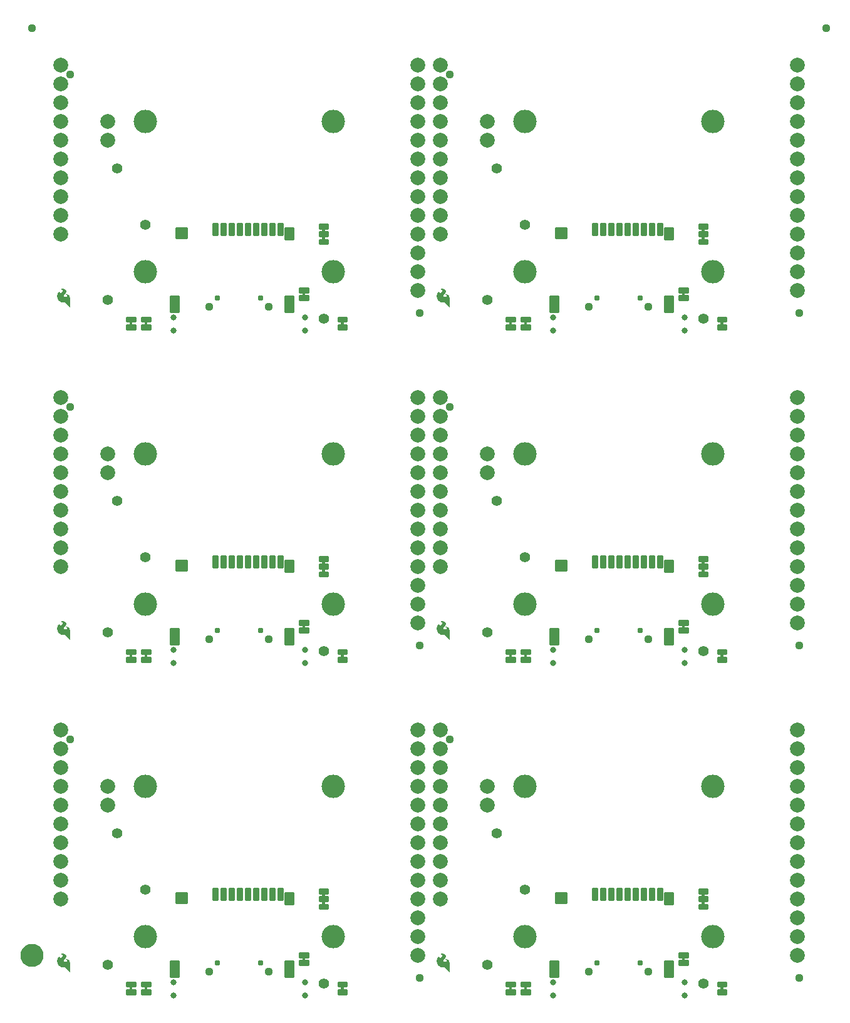
<source format=gbs>
G04 EAGLE Gerber RS-274X export*
G75*
%MOMM*%
%FSLAX34Y34*%
%LPD*%
%INSoldermask Bottom*%
%IPPOS*%
%AMOC8*
5,1,8,0,0,1.08239X$1,22.5*%
G01*
%ADD10C,0.228344*%
%ADD11C,1.127000*%
%ADD12C,3.175000*%
%ADD13C,0.777000*%
%ADD14C,0.231559*%
%ADD15C,0.225588*%
%ADD16C,0.229050*%
%ADD17C,0.827000*%
%ADD18C,1.397000*%
%ADD19C,2.006600*%
%ADD20C,1.270000*%
%ADD21C,1.627000*%

G36*
X25427Y939617D02*
X25427Y939617D01*
X25422Y939624D01*
X25429Y939630D01*
X25429Y952430D01*
X25427Y952433D01*
X25429Y952435D01*
X25229Y954235D01*
X25224Y954241D01*
X25227Y954246D01*
X25027Y954846D01*
X25022Y954849D01*
X25024Y954852D01*
X24724Y955452D01*
X24721Y955453D01*
X24722Y955455D01*
X24422Y955955D01*
X24407Y955962D01*
X24405Y955972D01*
X23908Y956271D01*
X23510Y956569D01*
X23500Y956569D01*
X23498Y956576D01*
X22498Y956976D01*
X22491Y956974D01*
X22488Y956979D01*
X21888Y957079D01*
X21883Y957076D01*
X21880Y957079D01*
X21080Y957079D01*
X21073Y957074D01*
X21068Y957078D01*
X20674Y956979D01*
X20480Y956979D01*
X20467Y956970D01*
X20458Y956974D01*
X20258Y956874D01*
X20257Y956873D01*
X20256Y956873D01*
X20255Y956869D01*
X20232Y956821D01*
X20248Y956813D01*
X20245Y956795D01*
X20345Y956695D01*
X20357Y956694D01*
X20358Y956686D01*
X20758Y956486D01*
X20763Y956487D01*
X20764Y956483D01*
X21053Y956387D01*
X21442Y955999D01*
X21635Y955708D01*
X21731Y955422D01*
X21731Y955138D01*
X21634Y954849D01*
X21439Y954459D01*
X21149Y954168D01*
X20857Y953974D01*
X20366Y953777D01*
X19875Y953679D01*
X19086Y953679D01*
X18300Y953876D01*
X17714Y954267D01*
X17324Y954754D01*
X17129Y955338D01*
X17129Y956020D01*
X17422Y956703D01*
X18117Y957497D01*
X18917Y958397D01*
X18917Y958398D01*
X19617Y959198D01*
X19618Y959205D01*
X19623Y959206D01*
X20123Y960106D01*
X20122Y960116D01*
X20128Y960119D01*
X20328Y961019D01*
X20325Y961027D01*
X20329Y961030D01*
X20329Y961830D01*
X20322Y961839D01*
X20327Y961846D01*
X20027Y962746D01*
X20018Y962752D01*
X20020Y962759D01*
X19520Y963459D01*
X19512Y963461D01*
X19513Y963467D01*
X18613Y964267D01*
X18604Y964267D01*
X18604Y964273D01*
X17504Y964873D01*
X17492Y964872D01*
X17489Y964878D01*
X16389Y965078D01*
X16383Y965075D01*
X16380Y965079D01*
X15380Y965079D01*
X15371Y965072D01*
X15364Y965077D01*
X14464Y964777D01*
X14464Y964776D01*
X14463Y964776D01*
X13663Y964476D01*
X13661Y964473D01*
X13658Y964474D01*
X13058Y964174D01*
X13055Y964168D01*
X13050Y964169D01*
X12650Y963869D01*
X12649Y963864D01*
X12645Y963865D01*
X12545Y963765D01*
X12543Y963751D01*
X12533Y963743D01*
X12541Y963733D01*
X12537Y963706D01*
X12564Y963702D01*
X12580Y963681D01*
X12880Y963681D01*
X12889Y963688D01*
X12896Y963683D01*
X13188Y963781D01*
X13474Y963781D01*
X13868Y963682D01*
X13870Y963683D01*
X13870Y963682D01*
X14364Y963583D01*
X14754Y963388D01*
X15144Y963096D01*
X15335Y962808D01*
X15433Y962514D01*
X15438Y962511D01*
X15436Y962508D01*
X15534Y962311D01*
X15628Y962030D01*
X15533Y961746D01*
X15534Y961743D01*
X15532Y961742D01*
X15434Y961350D01*
X15239Y961057D01*
X15239Y961053D01*
X15236Y961052D01*
X15039Y960659D01*
X14749Y960368D01*
X14453Y960171D01*
X14452Y960169D01*
X14450Y960169D01*
X14051Y959870D01*
X13755Y959673D01*
X12968Y959279D01*
X12288Y959279D01*
X12002Y959375D01*
X11721Y959562D01*
X11529Y960138D01*
X11529Y960930D01*
X11526Y960934D01*
X11528Y960939D01*
X11519Y960944D01*
X11493Y960977D01*
X11477Y960965D01*
X11458Y960974D01*
X10658Y960574D01*
X10652Y960562D01*
X10643Y960563D01*
X9843Y959663D01*
X9843Y959655D01*
X9837Y959655D01*
X9137Y958455D01*
X9138Y958448D01*
X9134Y958447D01*
X8634Y957047D01*
X8635Y957041D01*
X8632Y957039D01*
X8332Y955439D01*
X8336Y955431D01*
X8331Y955427D01*
X8431Y953627D01*
X8436Y953621D01*
X8433Y953617D01*
X8933Y951817D01*
X8939Y951812D01*
X8937Y951806D01*
X9937Y950006D01*
X9942Y950004D01*
X9941Y950000D01*
X10641Y949100D01*
X10646Y949099D01*
X10645Y949095D01*
X11445Y948295D01*
X11448Y948295D01*
X11448Y948293D01*
X12248Y947593D01*
X12254Y947592D01*
X12255Y947588D01*
X13255Y946988D01*
X13261Y946988D01*
X13262Y946984D01*
X14262Y946584D01*
X14266Y946585D01*
X14267Y946583D01*
X15367Y946283D01*
X15371Y946284D01*
X15372Y946281D01*
X16572Y946081D01*
X16574Y946082D01*
X16579Y946082D01*
X16580Y946081D01*
X18476Y946081D01*
X19063Y945983D01*
X19552Y945690D01*
X20545Y944895D01*
X21042Y944298D01*
X21046Y944298D01*
X21045Y944295D01*
X22342Y942998D01*
X22840Y942301D01*
X22846Y942300D01*
X22845Y942295D01*
X23443Y941697D01*
X23942Y941098D01*
X23946Y941098D01*
X23945Y941095D01*
X24443Y940598D01*
X24741Y940200D01*
X24746Y940199D01*
X24745Y940195D01*
X25042Y939899D01*
X25239Y939603D01*
X25272Y939591D01*
X25280Y939581D01*
X25380Y939581D01*
X25427Y939617D01*
G37*
G36*
X538507Y939617D02*
X538507Y939617D01*
X538502Y939624D01*
X538509Y939630D01*
X538509Y952430D01*
X538507Y952433D01*
X538509Y952435D01*
X538309Y954235D01*
X538304Y954241D01*
X538307Y954246D01*
X538107Y954846D01*
X538102Y954849D01*
X538104Y954852D01*
X537804Y955452D01*
X537801Y955453D01*
X537802Y955455D01*
X537502Y955955D01*
X537487Y955962D01*
X537485Y955972D01*
X536988Y956271D01*
X536590Y956569D01*
X536580Y956569D01*
X536578Y956576D01*
X535578Y956976D01*
X535571Y956974D01*
X535568Y956979D01*
X534968Y957079D01*
X534963Y957076D01*
X534960Y957079D01*
X534160Y957079D01*
X534153Y957074D01*
X534148Y957078D01*
X533754Y956979D01*
X533560Y956979D01*
X533547Y956970D01*
X533538Y956974D01*
X533338Y956874D01*
X533337Y956873D01*
X533336Y956873D01*
X533335Y956869D01*
X533312Y956821D01*
X533328Y956813D01*
X533325Y956795D01*
X533425Y956695D01*
X533437Y956694D01*
X533438Y956686D01*
X533838Y956486D01*
X533843Y956487D01*
X533844Y956483D01*
X534133Y956387D01*
X534522Y955999D01*
X534715Y955708D01*
X534811Y955422D01*
X534811Y955138D01*
X534714Y954849D01*
X534519Y954459D01*
X534229Y954168D01*
X533937Y953974D01*
X533446Y953777D01*
X532955Y953679D01*
X532166Y953679D01*
X531380Y953876D01*
X530794Y954267D01*
X530404Y954754D01*
X530209Y955338D01*
X530209Y956020D01*
X530502Y956703D01*
X531197Y957497D01*
X531997Y958397D01*
X531997Y958398D01*
X532697Y959198D01*
X532698Y959205D01*
X532703Y959206D01*
X533203Y960106D01*
X533202Y960116D01*
X533208Y960119D01*
X533408Y961019D01*
X533405Y961027D01*
X533409Y961030D01*
X533409Y961830D01*
X533402Y961839D01*
X533407Y961846D01*
X533107Y962746D01*
X533098Y962752D01*
X533100Y962759D01*
X532600Y963459D01*
X532592Y963461D01*
X532593Y963467D01*
X531693Y964267D01*
X531684Y964267D01*
X531684Y964273D01*
X530584Y964873D01*
X530572Y964872D01*
X530569Y964878D01*
X529469Y965078D01*
X529463Y965075D01*
X529460Y965079D01*
X528460Y965079D01*
X528451Y965072D01*
X528444Y965077D01*
X527544Y964777D01*
X527544Y964776D01*
X527543Y964776D01*
X526743Y964476D01*
X526741Y964473D01*
X526738Y964474D01*
X526138Y964174D01*
X526135Y964168D01*
X526130Y964169D01*
X525730Y963869D01*
X525729Y963864D01*
X525725Y963865D01*
X525625Y963765D01*
X525623Y963751D01*
X525613Y963743D01*
X525621Y963733D01*
X525617Y963706D01*
X525644Y963702D01*
X525660Y963681D01*
X525960Y963681D01*
X525969Y963688D01*
X525976Y963683D01*
X526268Y963781D01*
X526554Y963781D01*
X526948Y963682D01*
X526950Y963683D01*
X526950Y963682D01*
X527444Y963583D01*
X527834Y963388D01*
X528224Y963096D01*
X528415Y962808D01*
X528513Y962514D01*
X528518Y962511D01*
X528516Y962508D01*
X528614Y962311D01*
X528708Y962030D01*
X528613Y961746D01*
X528614Y961743D01*
X528612Y961742D01*
X528514Y961350D01*
X528319Y961057D01*
X528319Y961053D01*
X528316Y961052D01*
X528119Y960659D01*
X527829Y960368D01*
X527533Y960171D01*
X527532Y960169D01*
X527530Y960169D01*
X527131Y959870D01*
X526835Y959673D01*
X526048Y959279D01*
X525368Y959279D01*
X525082Y959375D01*
X524801Y959562D01*
X524609Y960138D01*
X524609Y960930D01*
X524606Y960934D01*
X524608Y960939D01*
X524599Y960944D01*
X524573Y960977D01*
X524557Y960965D01*
X524538Y960974D01*
X523738Y960574D01*
X523732Y960562D01*
X523723Y960563D01*
X522923Y959663D01*
X522923Y959655D01*
X522917Y959655D01*
X522217Y958455D01*
X522218Y958448D01*
X522214Y958447D01*
X521714Y957047D01*
X521715Y957041D01*
X521712Y957039D01*
X521412Y955439D01*
X521416Y955431D01*
X521411Y955427D01*
X521511Y953627D01*
X521516Y953621D01*
X521513Y953617D01*
X522013Y951817D01*
X522019Y951812D01*
X522017Y951806D01*
X523017Y950006D01*
X523022Y950004D01*
X523021Y950000D01*
X523721Y949100D01*
X523726Y949099D01*
X523725Y949095D01*
X524525Y948295D01*
X524528Y948295D01*
X524528Y948293D01*
X525328Y947593D01*
X525334Y947592D01*
X525335Y947588D01*
X526335Y946988D01*
X526341Y946988D01*
X526342Y946984D01*
X527342Y946584D01*
X527346Y946585D01*
X527347Y946583D01*
X528447Y946283D01*
X528451Y946284D01*
X528452Y946281D01*
X529652Y946081D01*
X529654Y946082D01*
X529659Y946082D01*
X529660Y946081D01*
X531556Y946081D01*
X532143Y945983D01*
X532632Y945690D01*
X533625Y944895D01*
X534122Y944298D01*
X534126Y944298D01*
X534125Y944295D01*
X535422Y942998D01*
X535920Y942301D01*
X535926Y942300D01*
X535925Y942295D01*
X536523Y941697D01*
X537022Y941098D01*
X537026Y941098D01*
X537025Y941095D01*
X537523Y940598D01*
X537821Y940200D01*
X537826Y940199D01*
X537825Y940195D01*
X538122Y939899D01*
X538319Y939603D01*
X538352Y939591D01*
X538360Y939581D01*
X538460Y939581D01*
X538507Y939617D01*
G37*
G36*
X538507Y490037D02*
X538507Y490037D01*
X538502Y490044D01*
X538509Y490050D01*
X538509Y502850D01*
X538507Y502853D01*
X538509Y502855D01*
X538309Y504655D01*
X538304Y504661D01*
X538307Y504666D01*
X538107Y505266D01*
X538102Y505269D01*
X538104Y505272D01*
X537804Y505872D01*
X537801Y505873D01*
X537802Y505875D01*
X537502Y506375D01*
X537487Y506382D01*
X537485Y506392D01*
X536988Y506691D01*
X536590Y506989D01*
X536580Y506989D01*
X536578Y506996D01*
X535578Y507396D01*
X535571Y507394D01*
X535568Y507399D01*
X534968Y507499D01*
X534963Y507496D01*
X534960Y507499D01*
X534160Y507499D01*
X534153Y507494D01*
X534148Y507498D01*
X533754Y507399D01*
X533560Y507399D01*
X533547Y507390D01*
X533538Y507394D01*
X533338Y507294D01*
X533337Y507293D01*
X533336Y507293D01*
X533335Y507289D01*
X533312Y507241D01*
X533328Y507233D01*
X533325Y507215D01*
X533425Y507115D01*
X533437Y507114D01*
X533438Y507106D01*
X533838Y506906D01*
X533843Y506907D01*
X533844Y506903D01*
X534133Y506807D01*
X534522Y506419D01*
X534715Y506128D01*
X534811Y505842D01*
X534811Y505558D01*
X534714Y505269D01*
X534519Y504879D01*
X534229Y504588D01*
X533937Y504394D01*
X533446Y504197D01*
X532955Y504099D01*
X532166Y504099D01*
X531380Y504296D01*
X530794Y504687D01*
X530404Y505174D01*
X530209Y505758D01*
X530209Y506440D01*
X530502Y507123D01*
X531197Y507917D01*
X531997Y508817D01*
X531997Y508818D01*
X532697Y509618D01*
X532698Y509625D01*
X532703Y509626D01*
X533203Y510526D01*
X533202Y510536D01*
X533208Y510539D01*
X533408Y511439D01*
X533405Y511447D01*
X533409Y511450D01*
X533409Y512250D01*
X533402Y512259D01*
X533407Y512266D01*
X533107Y513166D01*
X533098Y513172D01*
X533100Y513179D01*
X532600Y513879D01*
X532592Y513881D01*
X532593Y513887D01*
X531693Y514687D01*
X531684Y514687D01*
X531684Y514693D01*
X530584Y515293D01*
X530572Y515292D01*
X530569Y515298D01*
X529469Y515498D01*
X529463Y515495D01*
X529460Y515499D01*
X528460Y515499D01*
X528451Y515492D01*
X528444Y515497D01*
X527544Y515197D01*
X527544Y515196D01*
X527543Y515196D01*
X526743Y514896D01*
X526741Y514893D01*
X526738Y514894D01*
X526138Y514594D01*
X526135Y514588D01*
X526130Y514589D01*
X525730Y514289D01*
X525729Y514284D01*
X525725Y514285D01*
X525625Y514185D01*
X525623Y514171D01*
X525613Y514163D01*
X525621Y514153D01*
X525617Y514126D01*
X525644Y514122D01*
X525660Y514101D01*
X525960Y514101D01*
X525969Y514108D01*
X525976Y514103D01*
X526268Y514201D01*
X526554Y514201D01*
X526948Y514102D01*
X526950Y514103D01*
X526950Y514102D01*
X527444Y514003D01*
X527834Y513808D01*
X528224Y513516D01*
X528415Y513228D01*
X528513Y512934D01*
X528518Y512931D01*
X528516Y512928D01*
X528614Y512731D01*
X528708Y512450D01*
X528613Y512166D01*
X528614Y512163D01*
X528612Y512162D01*
X528514Y511770D01*
X528319Y511477D01*
X528319Y511473D01*
X528316Y511472D01*
X528119Y511079D01*
X527829Y510788D01*
X527533Y510591D01*
X527532Y510589D01*
X527530Y510589D01*
X527131Y510290D01*
X526835Y510093D01*
X526048Y509699D01*
X525368Y509699D01*
X525082Y509795D01*
X524801Y509982D01*
X524609Y510558D01*
X524609Y511350D01*
X524606Y511354D01*
X524608Y511359D01*
X524599Y511364D01*
X524573Y511397D01*
X524557Y511385D01*
X524538Y511394D01*
X523738Y510994D01*
X523732Y510982D01*
X523723Y510983D01*
X522923Y510083D01*
X522923Y510075D01*
X522917Y510075D01*
X522217Y508875D01*
X522218Y508868D01*
X522214Y508867D01*
X521714Y507467D01*
X521715Y507461D01*
X521712Y507459D01*
X521412Y505859D01*
X521416Y505851D01*
X521411Y505847D01*
X521511Y504047D01*
X521516Y504041D01*
X521513Y504037D01*
X522013Y502237D01*
X522019Y502232D01*
X522017Y502226D01*
X523017Y500426D01*
X523022Y500424D01*
X523021Y500420D01*
X523721Y499520D01*
X523726Y499519D01*
X523725Y499515D01*
X524525Y498715D01*
X524528Y498715D01*
X524528Y498713D01*
X525328Y498013D01*
X525334Y498012D01*
X525335Y498008D01*
X526335Y497408D01*
X526341Y497408D01*
X526342Y497404D01*
X527342Y497004D01*
X527346Y497005D01*
X527347Y497003D01*
X528447Y496703D01*
X528451Y496704D01*
X528452Y496701D01*
X529652Y496501D01*
X529654Y496502D01*
X529659Y496502D01*
X529660Y496501D01*
X531556Y496501D01*
X532143Y496403D01*
X532632Y496110D01*
X533625Y495315D01*
X534122Y494718D01*
X534126Y494718D01*
X534125Y494715D01*
X535422Y493418D01*
X535920Y492721D01*
X535926Y492720D01*
X535925Y492715D01*
X536523Y492117D01*
X537022Y491518D01*
X537026Y491518D01*
X537025Y491515D01*
X537523Y491018D01*
X537821Y490620D01*
X537826Y490619D01*
X537825Y490615D01*
X538122Y490319D01*
X538319Y490023D01*
X538352Y490011D01*
X538360Y490001D01*
X538460Y490001D01*
X538507Y490037D01*
G37*
G36*
X538507Y40457D02*
X538507Y40457D01*
X538502Y40464D01*
X538509Y40470D01*
X538509Y53270D01*
X538507Y53273D01*
X538509Y53275D01*
X538309Y55075D01*
X538304Y55081D01*
X538307Y55086D01*
X538107Y55686D01*
X538102Y55689D01*
X538104Y55692D01*
X537804Y56292D01*
X537801Y56293D01*
X537802Y56295D01*
X537502Y56795D01*
X537487Y56802D01*
X537485Y56812D01*
X536988Y57111D01*
X536590Y57409D01*
X536580Y57409D01*
X536578Y57416D01*
X535578Y57816D01*
X535571Y57814D01*
X535568Y57819D01*
X534968Y57919D01*
X534963Y57916D01*
X534960Y57919D01*
X534160Y57919D01*
X534153Y57914D01*
X534148Y57918D01*
X533754Y57819D01*
X533560Y57819D01*
X533547Y57810D01*
X533538Y57814D01*
X533338Y57714D01*
X533337Y57713D01*
X533336Y57713D01*
X533335Y57709D01*
X533312Y57661D01*
X533328Y57653D01*
X533325Y57635D01*
X533425Y57535D01*
X533437Y57534D01*
X533438Y57526D01*
X533838Y57326D01*
X533843Y57327D01*
X533844Y57323D01*
X534133Y57227D01*
X534522Y56839D01*
X534715Y56548D01*
X534811Y56262D01*
X534811Y55978D01*
X534714Y55689D01*
X534519Y55299D01*
X534229Y55008D01*
X533937Y54814D01*
X533446Y54617D01*
X532955Y54519D01*
X532166Y54519D01*
X531380Y54716D01*
X530794Y55107D01*
X530404Y55594D01*
X530209Y56178D01*
X530209Y56860D01*
X530502Y57543D01*
X531197Y58337D01*
X531997Y59237D01*
X531997Y59238D01*
X532697Y60038D01*
X532698Y60045D01*
X532703Y60046D01*
X533203Y60946D01*
X533202Y60956D01*
X533208Y60959D01*
X533408Y61859D01*
X533405Y61867D01*
X533409Y61870D01*
X533409Y62670D01*
X533402Y62679D01*
X533407Y62686D01*
X533107Y63586D01*
X533098Y63592D01*
X533100Y63599D01*
X532600Y64299D01*
X532592Y64301D01*
X532593Y64307D01*
X531693Y65107D01*
X531684Y65107D01*
X531684Y65113D01*
X530584Y65713D01*
X530572Y65712D01*
X530569Y65718D01*
X529469Y65918D01*
X529463Y65915D01*
X529460Y65919D01*
X528460Y65919D01*
X528451Y65912D01*
X528444Y65917D01*
X527544Y65617D01*
X527544Y65616D01*
X527543Y65616D01*
X526743Y65316D01*
X526741Y65313D01*
X526738Y65314D01*
X526138Y65014D01*
X526135Y65008D01*
X526130Y65009D01*
X525730Y64709D01*
X525729Y64704D01*
X525725Y64705D01*
X525625Y64605D01*
X525623Y64591D01*
X525613Y64583D01*
X525621Y64573D01*
X525617Y64546D01*
X525644Y64542D01*
X525660Y64521D01*
X525960Y64521D01*
X525969Y64528D01*
X525976Y64523D01*
X526268Y64621D01*
X526554Y64621D01*
X526948Y64522D01*
X526950Y64523D01*
X526950Y64522D01*
X527444Y64423D01*
X527834Y64228D01*
X528224Y63936D01*
X528415Y63648D01*
X528513Y63354D01*
X528518Y63351D01*
X528516Y63348D01*
X528614Y63151D01*
X528708Y62870D01*
X528613Y62586D01*
X528614Y62583D01*
X528612Y62582D01*
X528514Y62190D01*
X528319Y61897D01*
X528319Y61893D01*
X528316Y61892D01*
X528119Y61499D01*
X527829Y61208D01*
X527533Y61011D01*
X527532Y61009D01*
X527530Y61009D01*
X527131Y60710D01*
X526835Y60513D01*
X526048Y60119D01*
X525368Y60119D01*
X525082Y60215D01*
X524801Y60402D01*
X524609Y60978D01*
X524609Y61770D01*
X524606Y61774D01*
X524608Y61779D01*
X524599Y61784D01*
X524573Y61817D01*
X524557Y61805D01*
X524538Y61814D01*
X523738Y61414D01*
X523732Y61402D01*
X523723Y61403D01*
X522923Y60503D01*
X522923Y60495D01*
X522917Y60495D01*
X522217Y59295D01*
X522218Y59288D01*
X522214Y59287D01*
X521714Y57887D01*
X521715Y57881D01*
X521712Y57879D01*
X521412Y56279D01*
X521416Y56271D01*
X521411Y56267D01*
X521511Y54467D01*
X521516Y54461D01*
X521513Y54457D01*
X522013Y52657D01*
X522019Y52652D01*
X522017Y52646D01*
X523017Y50846D01*
X523022Y50844D01*
X523021Y50840D01*
X523721Y49940D01*
X523726Y49939D01*
X523725Y49935D01*
X524525Y49135D01*
X524528Y49135D01*
X524528Y49133D01*
X525328Y48433D01*
X525334Y48432D01*
X525335Y48428D01*
X526335Y47828D01*
X526341Y47828D01*
X526342Y47824D01*
X527342Y47424D01*
X527346Y47425D01*
X527347Y47423D01*
X528447Y47123D01*
X528451Y47124D01*
X528452Y47121D01*
X529652Y46921D01*
X529654Y46922D01*
X529659Y46922D01*
X529660Y46921D01*
X531556Y46921D01*
X532143Y46823D01*
X532632Y46530D01*
X533625Y45735D01*
X534122Y45138D01*
X534126Y45138D01*
X534125Y45135D01*
X535422Y43838D01*
X535920Y43141D01*
X535926Y43140D01*
X535925Y43135D01*
X536523Y42537D01*
X537022Y41938D01*
X537026Y41938D01*
X537025Y41935D01*
X537523Y41438D01*
X537821Y41040D01*
X537826Y41039D01*
X537825Y41035D01*
X538122Y40739D01*
X538319Y40443D01*
X538352Y40431D01*
X538360Y40421D01*
X538460Y40421D01*
X538507Y40457D01*
G37*
G36*
X25427Y40457D02*
X25427Y40457D01*
X25422Y40464D01*
X25429Y40470D01*
X25429Y53270D01*
X25427Y53273D01*
X25429Y53275D01*
X25229Y55075D01*
X25224Y55081D01*
X25227Y55086D01*
X25027Y55686D01*
X25022Y55689D01*
X25024Y55692D01*
X24724Y56292D01*
X24721Y56293D01*
X24722Y56295D01*
X24422Y56795D01*
X24407Y56802D01*
X24405Y56812D01*
X23908Y57111D01*
X23510Y57409D01*
X23500Y57409D01*
X23498Y57416D01*
X22498Y57816D01*
X22491Y57814D01*
X22488Y57819D01*
X21888Y57919D01*
X21883Y57916D01*
X21880Y57919D01*
X21080Y57919D01*
X21073Y57914D01*
X21068Y57918D01*
X20674Y57819D01*
X20480Y57819D01*
X20467Y57810D01*
X20458Y57814D01*
X20258Y57714D01*
X20257Y57713D01*
X20256Y57713D01*
X20255Y57709D01*
X20232Y57661D01*
X20248Y57653D01*
X20245Y57635D01*
X20345Y57535D01*
X20357Y57534D01*
X20358Y57526D01*
X20758Y57326D01*
X20763Y57327D01*
X20764Y57323D01*
X21053Y57227D01*
X21442Y56839D01*
X21635Y56548D01*
X21731Y56262D01*
X21731Y55978D01*
X21634Y55689D01*
X21439Y55299D01*
X21149Y55008D01*
X20857Y54814D01*
X20366Y54617D01*
X19875Y54519D01*
X19086Y54519D01*
X18300Y54716D01*
X17714Y55107D01*
X17324Y55594D01*
X17129Y56178D01*
X17129Y56860D01*
X17422Y57543D01*
X18117Y58337D01*
X18917Y59237D01*
X18917Y59238D01*
X19617Y60038D01*
X19618Y60045D01*
X19623Y60046D01*
X20123Y60946D01*
X20122Y60956D01*
X20128Y60959D01*
X20328Y61859D01*
X20325Y61867D01*
X20329Y61870D01*
X20329Y62670D01*
X20322Y62679D01*
X20327Y62686D01*
X20027Y63586D01*
X20018Y63592D01*
X20020Y63599D01*
X19520Y64299D01*
X19512Y64301D01*
X19513Y64307D01*
X18613Y65107D01*
X18604Y65107D01*
X18604Y65113D01*
X17504Y65713D01*
X17492Y65712D01*
X17489Y65718D01*
X16389Y65918D01*
X16383Y65915D01*
X16380Y65919D01*
X15380Y65919D01*
X15371Y65912D01*
X15364Y65917D01*
X14464Y65617D01*
X14464Y65616D01*
X14463Y65616D01*
X13663Y65316D01*
X13661Y65313D01*
X13658Y65314D01*
X13058Y65014D01*
X13055Y65008D01*
X13050Y65009D01*
X12650Y64709D01*
X12649Y64704D01*
X12645Y64705D01*
X12545Y64605D01*
X12543Y64591D01*
X12533Y64583D01*
X12541Y64573D01*
X12537Y64546D01*
X12564Y64542D01*
X12580Y64521D01*
X12880Y64521D01*
X12889Y64528D01*
X12896Y64523D01*
X13188Y64621D01*
X13474Y64621D01*
X13868Y64522D01*
X13870Y64523D01*
X13870Y64522D01*
X14364Y64423D01*
X14754Y64228D01*
X15144Y63936D01*
X15335Y63648D01*
X15433Y63354D01*
X15438Y63351D01*
X15436Y63348D01*
X15534Y63151D01*
X15628Y62870D01*
X15533Y62586D01*
X15534Y62583D01*
X15532Y62582D01*
X15434Y62190D01*
X15239Y61897D01*
X15239Y61893D01*
X15236Y61892D01*
X15039Y61499D01*
X14749Y61208D01*
X14453Y61011D01*
X14452Y61009D01*
X14450Y61009D01*
X14051Y60710D01*
X13755Y60513D01*
X12968Y60119D01*
X12288Y60119D01*
X12002Y60215D01*
X11721Y60402D01*
X11529Y60978D01*
X11529Y61770D01*
X11526Y61774D01*
X11528Y61779D01*
X11519Y61784D01*
X11493Y61817D01*
X11477Y61805D01*
X11458Y61814D01*
X10658Y61414D01*
X10652Y61402D01*
X10643Y61403D01*
X9843Y60503D01*
X9843Y60495D01*
X9837Y60495D01*
X9137Y59295D01*
X9138Y59288D01*
X9134Y59287D01*
X8634Y57887D01*
X8635Y57881D01*
X8632Y57879D01*
X8332Y56279D01*
X8336Y56271D01*
X8331Y56267D01*
X8431Y54467D01*
X8436Y54461D01*
X8433Y54457D01*
X8933Y52657D01*
X8939Y52652D01*
X8937Y52646D01*
X9937Y50846D01*
X9942Y50844D01*
X9941Y50840D01*
X10641Y49940D01*
X10646Y49939D01*
X10645Y49935D01*
X11445Y49135D01*
X11448Y49135D01*
X11448Y49133D01*
X12248Y48433D01*
X12254Y48432D01*
X12255Y48428D01*
X13255Y47828D01*
X13261Y47828D01*
X13262Y47824D01*
X14262Y47424D01*
X14266Y47425D01*
X14267Y47423D01*
X15367Y47123D01*
X15371Y47124D01*
X15372Y47121D01*
X16572Y46921D01*
X16574Y46922D01*
X16579Y46922D01*
X16580Y46921D01*
X18476Y46921D01*
X19063Y46823D01*
X19552Y46530D01*
X20545Y45735D01*
X21042Y45138D01*
X21046Y45138D01*
X21045Y45135D01*
X22342Y43838D01*
X22840Y43141D01*
X22846Y43140D01*
X22845Y43135D01*
X23443Y42537D01*
X23942Y41938D01*
X23946Y41938D01*
X23945Y41935D01*
X24443Y41438D01*
X24741Y41040D01*
X24746Y41039D01*
X24745Y41035D01*
X25042Y40739D01*
X25239Y40443D01*
X25272Y40431D01*
X25280Y40421D01*
X25380Y40421D01*
X25427Y40457D01*
G37*
G36*
X25427Y490037D02*
X25427Y490037D01*
X25422Y490044D01*
X25429Y490050D01*
X25429Y502850D01*
X25427Y502853D01*
X25429Y502855D01*
X25229Y504655D01*
X25224Y504661D01*
X25227Y504666D01*
X25027Y505266D01*
X25022Y505269D01*
X25024Y505272D01*
X24724Y505872D01*
X24721Y505873D01*
X24722Y505875D01*
X24422Y506375D01*
X24407Y506382D01*
X24405Y506392D01*
X23908Y506691D01*
X23510Y506989D01*
X23500Y506989D01*
X23498Y506996D01*
X22498Y507396D01*
X22491Y507394D01*
X22488Y507399D01*
X21888Y507499D01*
X21883Y507496D01*
X21880Y507499D01*
X21080Y507499D01*
X21073Y507494D01*
X21068Y507498D01*
X20674Y507399D01*
X20480Y507399D01*
X20467Y507390D01*
X20458Y507394D01*
X20258Y507294D01*
X20257Y507293D01*
X20256Y507293D01*
X20255Y507289D01*
X20232Y507241D01*
X20248Y507233D01*
X20245Y507215D01*
X20345Y507115D01*
X20357Y507114D01*
X20358Y507106D01*
X20758Y506906D01*
X20763Y506907D01*
X20764Y506903D01*
X21053Y506807D01*
X21442Y506419D01*
X21635Y506128D01*
X21731Y505842D01*
X21731Y505558D01*
X21634Y505269D01*
X21439Y504879D01*
X21149Y504588D01*
X20857Y504394D01*
X20366Y504197D01*
X19875Y504099D01*
X19086Y504099D01*
X18300Y504296D01*
X17714Y504687D01*
X17324Y505174D01*
X17129Y505758D01*
X17129Y506440D01*
X17422Y507123D01*
X18117Y507917D01*
X18917Y508817D01*
X18917Y508818D01*
X19617Y509618D01*
X19618Y509625D01*
X19623Y509626D01*
X20123Y510526D01*
X20122Y510536D01*
X20128Y510539D01*
X20328Y511439D01*
X20325Y511447D01*
X20329Y511450D01*
X20329Y512250D01*
X20322Y512259D01*
X20327Y512266D01*
X20027Y513166D01*
X20018Y513172D01*
X20020Y513179D01*
X19520Y513879D01*
X19512Y513881D01*
X19513Y513887D01*
X18613Y514687D01*
X18604Y514687D01*
X18604Y514693D01*
X17504Y515293D01*
X17492Y515292D01*
X17489Y515298D01*
X16389Y515498D01*
X16383Y515495D01*
X16380Y515499D01*
X15380Y515499D01*
X15371Y515492D01*
X15364Y515497D01*
X14464Y515197D01*
X14464Y515196D01*
X14463Y515196D01*
X13663Y514896D01*
X13661Y514893D01*
X13658Y514894D01*
X13058Y514594D01*
X13055Y514588D01*
X13050Y514589D01*
X12650Y514289D01*
X12649Y514284D01*
X12645Y514285D01*
X12545Y514185D01*
X12543Y514171D01*
X12533Y514163D01*
X12541Y514153D01*
X12537Y514126D01*
X12564Y514122D01*
X12580Y514101D01*
X12880Y514101D01*
X12889Y514108D01*
X12896Y514103D01*
X13188Y514201D01*
X13474Y514201D01*
X13868Y514102D01*
X13870Y514103D01*
X13870Y514102D01*
X14364Y514003D01*
X14754Y513808D01*
X15144Y513516D01*
X15335Y513228D01*
X15433Y512934D01*
X15438Y512931D01*
X15436Y512928D01*
X15534Y512731D01*
X15628Y512450D01*
X15533Y512166D01*
X15534Y512163D01*
X15532Y512162D01*
X15434Y511770D01*
X15239Y511477D01*
X15239Y511473D01*
X15236Y511472D01*
X15039Y511079D01*
X14749Y510788D01*
X14453Y510591D01*
X14452Y510589D01*
X14450Y510589D01*
X14051Y510290D01*
X13755Y510093D01*
X12968Y509699D01*
X12288Y509699D01*
X12002Y509795D01*
X11721Y509982D01*
X11529Y510558D01*
X11529Y511350D01*
X11526Y511354D01*
X11528Y511359D01*
X11519Y511364D01*
X11493Y511397D01*
X11477Y511385D01*
X11458Y511394D01*
X10658Y510994D01*
X10652Y510982D01*
X10643Y510983D01*
X9843Y510083D01*
X9843Y510075D01*
X9837Y510075D01*
X9137Y508875D01*
X9138Y508868D01*
X9134Y508867D01*
X8634Y507467D01*
X8635Y507461D01*
X8632Y507459D01*
X8332Y505859D01*
X8336Y505851D01*
X8331Y505847D01*
X8431Y504047D01*
X8436Y504041D01*
X8433Y504037D01*
X8933Y502237D01*
X8939Y502232D01*
X8937Y502226D01*
X9937Y500426D01*
X9942Y500424D01*
X9941Y500420D01*
X10641Y499520D01*
X10646Y499519D01*
X10645Y499515D01*
X11445Y498715D01*
X11448Y498715D01*
X11448Y498713D01*
X12248Y498013D01*
X12254Y498012D01*
X12255Y498008D01*
X13255Y497408D01*
X13261Y497408D01*
X13262Y497404D01*
X14262Y497004D01*
X14266Y497005D01*
X14267Y497003D01*
X15367Y496703D01*
X15371Y496704D01*
X15372Y496701D01*
X16572Y496501D01*
X16574Y496502D01*
X16579Y496502D01*
X16580Y496501D01*
X18476Y496501D01*
X19063Y496403D01*
X19552Y496110D01*
X20545Y495315D01*
X21042Y494718D01*
X21046Y494718D01*
X21045Y494715D01*
X22342Y493418D01*
X22840Y492721D01*
X22846Y492720D01*
X22845Y492715D01*
X23443Y492117D01*
X23942Y491518D01*
X23946Y491518D01*
X23945Y491515D01*
X24443Y491018D01*
X24741Y490620D01*
X24746Y490619D01*
X24745Y490615D01*
X25042Y490319D01*
X25239Y490023D01*
X25272Y490011D01*
X25280Y490001D01*
X25380Y490001D01*
X25427Y490037D01*
G37*
G36*
X342965Y55892D02*
X342965Y55892D01*
X343031Y55894D01*
X343074Y55912D01*
X343121Y55920D01*
X343178Y55954D01*
X343238Y55979D01*
X343273Y56010D01*
X343314Y56035D01*
X343356Y56086D01*
X343404Y56130D01*
X343426Y56172D01*
X343455Y56209D01*
X343476Y56271D01*
X343507Y56330D01*
X343515Y56384D01*
X343527Y56421D01*
X343526Y56461D01*
X343534Y56515D01*
X343534Y60325D01*
X343523Y60390D01*
X343521Y60456D01*
X343503Y60499D01*
X343495Y60546D01*
X343461Y60603D01*
X343436Y60663D01*
X343405Y60698D01*
X343380Y60739D01*
X343329Y60781D01*
X343285Y60829D01*
X343243Y60851D01*
X343206Y60880D01*
X343144Y60901D01*
X343085Y60932D01*
X343031Y60940D01*
X342994Y60952D01*
X342954Y60951D01*
X342900Y60959D01*
X340360Y60959D01*
X340295Y60948D01*
X340229Y60946D01*
X340186Y60928D01*
X340139Y60920D01*
X340082Y60886D01*
X340022Y60861D01*
X339987Y60830D01*
X339946Y60805D01*
X339905Y60754D01*
X339856Y60710D01*
X339834Y60668D01*
X339805Y60631D01*
X339784Y60569D01*
X339753Y60510D01*
X339745Y60456D01*
X339733Y60419D01*
X339733Y60415D01*
X339733Y60414D01*
X339734Y60379D01*
X339726Y60325D01*
X339726Y56515D01*
X339737Y56450D01*
X339739Y56384D01*
X339757Y56341D01*
X339765Y56294D01*
X339799Y56237D01*
X339824Y56177D01*
X339855Y56142D01*
X339880Y56101D01*
X339931Y56060D01*
X339975Y56011D01*
X340017Y55989D01*
X340054Y55960D01*
X340116Y55939D01*
X340175Y55908D01*
X340229Y55900D01*
X340266Y55888D01*
X340306Y55889D01*
X340360Y55881D01*
X342900Y55881D01*
X342965Y55892D01*
G37*
G36*
X856045Y55892D02*
X856045Y55892D01*
X856111Y55894D01*
X856154Y55912D01*
X856201Y55920D01*
X856258Y55954D01*
X856318Y55979D01*
X856353Y56010D01*
X856394Y56035D01*
X856436Y56086D01*
X856484Y56130D01*
X856506Y56172D01*
X856535Y56209D01*
X856556Y56271D01*
X856587Y56330D01*
X856595Y56384D01*
X856607Y56421D01*
X856606Y56461D01*
X856614Y56515D01*
X856614Y60325D01*
X856603Y60390D01*
X856601Y60456D01*
X856583Y60499D01*
X856575Y60546D01*
X856541Y60603D01*
X856516Y60663D01*
X856485Y60698D01*
X856460Y60739D01*
X856409Y60781D01*
X856365Y60829D01*
X856323Y60851D01*
X856286Y60880D01*
X856224Y60901D01*
X856165Y60932D01*
X856111Y60940D01*
X856074Y60952D01*
X856034Y60951D01*
X855980Y60959D01*
X853440Y60959D01*
X853375Y60948D01*
X853309Y60946D01*
X853266Y60928D01*
X853219Y60920D01*
X853162Y60886D01*
X853102Y60861D01*
X853067Y60830D01*
X853026Y60805D01*
X852985Y60754D01*
X852936Y60710D01*
X852914Y60668D01*
X852885Y60631D01*
X852864Y60569D01*
X852833Y60510D01*
X852825Y60456D01*
X852813Y60419D01*
X852813Y60415D01*
X852813Y60414D01*
X852814Y60379D01*
X852806Y60325D01*
X852806Y56515D01*
X852817Y56450D01*
X852819Y56384D01*
X852837Y56341D01*
X852845Y56294D01*
X852879Y56237D01*
X852904Y56177D01*
X852935Y56142D01*
X852960Y56101D01*
X853011Y56060D01*
X853055Y56011D01*
X853097Y55989D01*
X853134Y55960D01*
X853196Y55939D01*
X853255Y55908D01*
X853309Y55900D01*
X853346Y55888D01*
X853386Y55889D01*
X853440Y55881D01*
X855980Y55881D01*
X856045Y55892D01*
G37*
G36*
X342965Y955052D02*
X342965Y955052D01*
X343031Y955054D01*
X343074Y955072D01*
X343121Y955080D01*
X343178Y955114D01*
X343238Y955139D01*
X343273Y955170D01*
X343314Y955195D01*
X343356Y955246D01*
X343404Y955290D01*
X343426Y955332D01*
X343455Y955369D01*
X343476Y955431D01*
X343507Y955490D01*
X343515Y955544D01*
X343527Y955581D01*
X343526Y955621D01*
X343534Y955675D01*
X343534Y959485D01*
X343523Y959550D01*
X343521Y959616D01*
X343503Y959659D01*
X343495Y959706D01*
X343461Y959763D01*
X343436Y959823D01*
X343405Y959858D01*
X343380Y959899D01*
X343329Y959941D01*
X343285Y959989D01*
X343243Y960011D01*
X343206Y960040D01*
X343144Y960061D01*
X343085Y960092D01*
X343031Y960100D01*
X342994Y960112D01*
X342954Y960111D01*
X342900Y960119D01*
X340360Y960119D01*
X340295Y960108D01*
X340229Y960106D01*
X340186Y960088D01*
X340139Y960080D01*
X340082Y960046D01*
X340022Y960021D01*
X339987Y959990D01*
X339946Y959965D01*
X339905Y959914D01*
X339856Y959870D01*
X339834Y959828D01*
X339805Y959791D01*
X339784Y959729D01*
X339753Y959670D01*
X339745Y959616D01*
X339733Y959579D01*
X339733Y959575D01*
X339733Y959574D01*
X339734Y959539D01*
X339726Y959485D01*
X339726Y955675D01*
X339737Y955610D01*
X339739Y955544D01*
X339757Y955501D01*
X339765Y955454D01*
X339799Y955397D01*
X339824Y955337D01*
X339855Y955302D01*
X339880Y955261D01*
X339931Y955220D01*
X339975Y955171D01*
X340017Y955149D01*
X340054Y955120D01*
X340116Y955099D01*
X340175Y955068D01*
X340229Y955060D01*
X340266Y955048D01*
X340306Y955049D01*
X340360Y955041D01*
X342900Y955041D01*
X342965Y955052D01*
G37*
G36*
X856045Y955052D02*
X856045Y955052D01*
X856111Y955054D01*
X856154Y955072D01*
X856201Y955080D01*
X856258Y955114D01*
X856318Y955139D01*
X856353Y955170D01*
X856394Y955195D01*
X856436Y955246D01*
X856484Y955290D01*
X856506Y955332D01*
X856535Y955369D01*
X856556Y955431D01*
X856587Y955490D01*
X856595Y955544D01*
X856607Y955581D01*
X856606Y955621D01*
X856614Y955675D01*
X856614Y959485D01*
X856603Y959550D01*
X856601Y959616D01*
X856583Y959659D01*
X856575Y959706D01*
X856541Y959763D01*
X856516Y959823D01*
X856485Y959858D01*
X856460Y959899D01*
X856409Y959941D01*
X856365Y959989D01*
X856323Y960011D01*
X856286Y960040D01*
X856224Y960061D01*
X856165Y960092D01*
X856111Y960100D01*
X856074Y960112D01*
X856034Y960111D01*
X855980Y960119D01*
X853440Y960119D01*
X853375Y960108D01*
X853309Y960106D01*
X853266Y960088D01*
X853219Y960080D01*
X853162Y960046D01*
X853102Y960021D01*
X853067Y959990D01*
X853026Y959965D01*
X852985Y959914D01*
X852936Y959870D01*
X852914Y959828D01*
X852885Y959791D01*
X852864Y959729D01*
X852833Y959670D01*
X852825Y959616D01*
X852813Y959579D01*
X852813Y959575D01*
X852813Y959574D01*
X852814Y959539D01*
X852806Y959485D01*
X852806Y955675D01*
X852817Y955610D01*
X852819Y955544D01*
X852837Y955501D01*
X852845Y955454D01*
X852879Y955397D01*
X852904Y955337D01*
X852935Y955302D01*
X852960Y955261D01*
X853011Y955220D01*
X853055Y955171D01*
X853097Y955149D01*
X853134Y955120D01*
X853196Y955099D01*
X853255Y955068D01*
X853309Y955060D01*
X853346Y955048D01*
X853386Y955049D01*
X853440Y955041D01*
X855980Y955041D01*
X856045Y955052D01*
G37*
G36*
X642685Y915682D02*
X642685Y915682D01*
X642751Y915684D01*
X642794Y915702D01*
X642841Y915710D01*
X642898Y915744D01*
X642958Y915769D01*
X642993Y915800D01*
X643034Y915825D01*
X643076Y915876D01*
X643124Y915920D01*
X643146Y915962D01*
X643175Y915999D01*
X643196Y916061D01*
X643227Y916120D01*
X643235Y916174D01*
X643247Y916211D01*
X643246Y916251D01*
X643254Y916305D01*
X643254Y920115D01*
X643243Y920180D01*
X643241Y920246D01*
X643223Y920289D01*
X643215Y920336D01*
X643181Y920393D01*
X643156Y920453D01*
X643125Y920488D01*
X643100Y920529D01*
X643049Y920571D01*
X643005Y920619D01*
X642963Y920641D01*
X642926Y920670D01*
X642864Y920691D01*
X642805Y920722D01*
X642751Y920730D01*
X642714Y920742D01*
X642674Y920741D01*
X642620Y920749D01*
X640080Y920749D01*
X640015Y920738D01*
X639949Y920736D01*
X639906Y920718D01*
X639859Y920710D01*
X639802Y920676D01*
X639742Y920651D01*
X639707Y920620D01*
X639666Y920595D01*
X639625Y920544D01*
X639576Y920500D01*
X639554Y920458D01*
X639525Y920421D01*
X639504Y920359D01*
X639473Y920300D01*
X639465Y920246D01*
X639453Y920209D01*
X639453Y920205D01*
X639453Y920204D01*
X639454Y920169D01*
X639446Y920115D01*
X639446Y916305D01*
X639457Y916240D01*
X639459Y916174D01*
X639477Y916131D01*
X639485Y916084D01*
X639519Y916027D01*
X639544Y915967D01*
X639575Y915932D01*
X639600Y915891D01*
X639651Y915850D01*
X639695Y915801D01*
X639737Y915779D01*
X639774Y915750D01*
X639836Y915729D01*
X639895Y915698D01*
X639949Y915690D01*
X639986Y915678D01*
X640026Y915679D01*
X640080Y915671D01*
X642620Y915671D01*
X642685Y915682D01*
G37*
G36*
X622365Y915682D02*
X622365Y915682D01*
X622431Y915684D01*
X622474Y915702D01*
X622521Y915710D01*
X622578Y915744D01*
X622638Y915769D01*
X622673Y915800D01*
X622714Y915825D01*
X622756Y915876D01*
X622804Y915920D01*
X622826Y915962D01*
X622855Y915999D01*
X622876Y916061D01*
X622907Y916120D01*
X622915Y916174D01*
X622927Y916211D01*
X622926Y916251D01*
X622934Y916305D01*
X622934Y920115D01*
X622923Y920180D01*
X622921Y920246D01*
X622903Y920289D01*
X622895Y920336D01*
X622861Y920393D01*
X622836Y920453D01*
X622805Y920488D01*
X622780Y920529D01*
X622729Y920571D01*
X622685Y920619D01*
X622643Y920641D01*
X622606Y920670D01*
X622544Y920691D01*
X622485Y920722D01*
X622431Y920730D01*
X622394Y920742D01*
X622354Y920741D01*
X622300Y920749D01*
X619760Y920749D01*
X619695Y920738D01*
X619629Y920736D01*
X619586Y920718D01*
X619539Y920710D01*
X619482Y920676D01*
X619422Y920651D01*
X619387Y920620D01*
X619346Y920595D01*
X619305Y920544D01*
X619256Y920500D01*
X619234Y920458D01*
X619205Y920421D01*
X619184Y920359D01*
X619153Y920300D01*
X619145Y920246D01*
X619133Y920209D01*
X619133Y920205D01*
X619133Y920204D01*
X619134Y920169D01*
X619126Y920115D01*
X619126Y916305D01*
X619137Y916240D01*
X619139Y916174D01*
X619157Y916131D01*
X619165Y916084D01*
X619199Y916027D01*
X619224Y915967D01*
X619255Y915932D01*
X619280Y915891D01*
X619331Y915850D01*
X619375Y915801D01*
X619417Y915779D01*
X619454Y915750D01*
X619516Y915729D01*
X619575Y915698D01*
X619629Y915690D01*
X619666Y915678D01*
X619706Y915679D01*
X619760Y915671D01*
X622300Y915671D01*
X622365Y915682D01*
G37*
G36*
X129605Y915682D02*
X129605Y915682D01*
X129671Y915684D01*
X129714Y915702D01*
X129761Y915710D01*
X129818Y915744D01*
X129878Y915769D01*
X129913Y915800D01*
X129954Y915825D01*
X129996Y915876D01*
X130044Y915920D01*
X130066Y915962D01*
X130095Y915999D01*
X130116Y916061D01*
X130147Y916120D01*
X130155Y916174D01*
X130167Y916211D01*
X130166Y916251D01*
X130174Y916305D01*
X130174Y920115D01*
X130163Y920180D01*
X130161Y920246D01*
X130143Y920289D01*
X130135Y920336D01*
X130101Y920393D01*
X130076Y920453D01*
X130045Y920488D01*
X130020Y920529D01*
X129969Y920571D01*
X129925Y920619D01*
X129883Y920641D01*
X129846Y920670D01*
X129784Y920691D01*
X129725Y920722D01*
X129671Y920730D01*
X129634Y920742D01*
X129594Y920741D01*
X129540Y920749D01*
X127000Y920749D01*
X126935Y920738D01*
X126869Y920736D01*
X126826Y920718D01*
X126779Y920710D01*
X126722Y920676D01*
X126662Y920651D01*
X126627Y920620D01*
X126586Y920595D01*
X126545Y920544D01*
X126496Y920500D01*
X126474Y920458D01*
X126445Y920421D01*
X126424Y920359D01*
X126393Y920300D01*
X126385Y920246D01*
X126373Y920209D01*
X126373Y920205D01*
X126373Y920204D01*
X126374Y920169D01*
X126366Y920115D01*
X126366Y916305D01*
X126377Y916240D01*
X126379Y916174D01*
X126397Y916131D01*
X126405Y916084D01*
X126439Y916027D01*
X126464Y915967D01*
X126495Y915932D01*
X126520Y915891D01*
X126571Y915850D01*
X126615Y915801D01*
X126657Y915779D01*
X126694Y915750D01*
X126756Y915729D01*
X126815Y915698D01*
X126869Y915690D01*
X126906Y915678D01*
X126946Y915679D01*
X127000Y915671D01*
X129540Y915671D01*
X129605Y915682D01*
G37*
G36*
X908115Y915682D02*
X908115Y915682D01*
X908181Y915684D01*
X908224Y915702D01*
X908271Y915710D01*
X908328Y915744D01*
X908388Y915769D01*
X908423Y915800D01*
X908464Y915825D01*
X908506Y915876D01*
X908554Y915920D01*
X908576Y915962D01*
X908605Y915999D01*
X908626Y916061D01*
X908657Y916120D01*
X908665Y916174D01*
X908677Y916211D01*
X908676Y916251D01*
X908684Y916305D01*
X908684Y920115D01*
X908673Y920180D01*
X908671Y920246D01*
X908653Y920289D01*
X908645Y920336D01*
X908611Y920393D01*
X908586Y920453D01*
X908555Y920488D01*
X908530Y920529D01*
X908479Y920571D01*
X908435Y920619D01*
X908393Y920641D01*
X908356Y920670D01*
X908294Y920691D01*
X908235Y920722D01*
X908181Y920730D01*
X908144Y920742D01*
X908104Y920741D01*
X908050Y920749D01*
X905510Y920749D01*
X905445Y920738D01*
X905379Y920736D01*
X905336Y920718D01*
X905289Y920710D01*
X905232Y920676D01*
X905172Y920651D01*
X905137Y920620D01*
X905096Y920595D01*
X905055Y920544D01*
X905006Y920500D01*
X904984Y920458D01*
X904955Y920421D01*
X904934Y920359D01*
X904903Y920300D01*
X904895Y920246D01*
X904883Y920209D01*
X904883Y920205D01*
X904883Y920204D01*
X904884Y920169D01*
X904876Y920115D01*
X904876Y916305D01*
X904887Y916240D01*
X904889Y916174D01*
X904907Y916131D01*
X904915Y916084D01*
X904949Y916027D01*
X904974Y915967D01*
X905005Y915932D01*
X905030Y915891D01*
X905081Y915850D01*
X905125Y915801D01*
X905167Y915779D01*
X905204Y915750D01*
X905266Y915729D01*
X905325Y915698D01*
X905379Y915690D01*
X905416Y915678D01*
X905456Y915679D01*
X905510Y915671D01*
X908050Y915671D01*
X908115Y915682D01*
G37*
G36*
X109285Y915682D02*
X109285Y915682D01*
X109351Y915684D01*
X109394Y915702D01*
X109441Y915710D01*
X109498Y915744D01*
X109558Y915769D01*
X109593Y915800D01*
X109634Y915825D01*
X109676Y915876D01*
X109724Y915920D01*
X109746Y915962D01*
X109775Y915999D01*
X109796Y916061D01*
X109827Y916120D01*
X109835Y916174D01*
X109847Y916211D01*
X109846Y916251D01*
X109854Y916305D01*
X109854Y920115D01*
X109843Y920180D01*
X109841Y920246D01*
X109823Y920289D01*
X109815Y920336D01*
X109781Y920393D01*
X109756Y920453D01*
X109725Y920488D01*
X109700Y920529D01*
X109649Y920571D01*
X109605Y920619D01*
X109563Y920641D01*
X109526Y920670D01*
X109464Y920691D01*
X109405Y920722D01*
X109351Y920730D01*
X109314Y920742D01*
X109274Y920741D01*
X109220Y920749D01*
X106680Y920749D01*
X106615Y920738D01*
X106549Y920736D01*
X106506Y920718D01*
X106459Y920710D01*
X106402Y920676D01*
X106342Y920651D01*
X106307Y920620D01*
X106266Y920595D01*
X106225Y920544D01*
X106176Y920500D01*
X106154Y920458D01*
X106125Y920421D01*
X106104Y920359D01*
X106073Y920300D01*
X106065Y920246D01*
X106053Y920209D01*
X106053Y920205D01*
X106053Y920204D01*
X106054Y920169D01*
X106046Y920115D01*
X106046Y916305D01*
X106057Y916240D01*
X106059Y916174D01*
X106077Y916131D01*
X106085Y916084D01*
X106119Y916027D01*
X106144Y915967D01*
X106175Y915932D01*
X106200Y915891D01*
X106251Y915850D01*
X106295Y915801D01*
X106337Y915779D01*
X106374Y915750D01*
X106436Y915729D01*
X106495Y915698D01*
X106549Y915690D01*
X106586Y915678D01*
X106626Y915679D01*
X106680Y915671D01*
X109220Y915671D01*
X109285Y915682D01*
G37*
G36*
X395035Y915682D02*
X395035Y915682D01*
X395101Y915684D01*
X395144Y915702D01*
X395191Y915710D01*
X395248Y915744D01*
X395308Y915769D01*
X395343Y915800D01*
X395384Y915825D01*
X395426Y915876D01*
X395474Y915920D01*
X395496Y915962D01*
X395525Y915999D01*
X395546Y916061D01*
X395577Y916120D01*
X395585Y916174D01*
X395597Y916211D01*
X395596Y916251D01*
X395604Y916305D01*
X395604Y920115D01*
X395593Y920180D01*
X395591Y920246D01*
X395573Y920289D01*
X395565Y920336D01*
X395531Y920393D01*
X395506Y920453D01*
X395475Y920488D01*
X395450Y920529D01*
X395399Y920571D01*
X395355Y920619D01*
X395313Y920641D01*
X395276Y920670D01*
X395214Y920691D01*
X395155Y920722D01*
X395101Y920730D01*
X395064Y920742D01*
X395024Y920741D01*
X394970Y920749D01*
X392430Y920749D01*
X392365Y920738D01*
X392299Y920736D01*
X392256Y920718D01*
X392209Y920710D01*
X392152Y920676D01*
X392092Y920651D01*
X392057Y920620D01*
X392016Y920595D01*
X391975Y920544D01*
X391926Y920500D01*
X391904Y920458D01*
X391875Y920421D01*
X391854Y920359D01*
X391823Y920300D01*
X391815Y920246D01*
X391803Y920209D01*
X391803Y920205D01*
X391803Y920204D01*
X391804Y920169D01*
X391796Y920115D01*
X391796Y916305D01*
X391807Y916240D01*
X391809Y916174D01*
X391827Y916131D01*
X391835Y916084D01*
X391869Y916027D01*
X391894Y915967D01*
X391925Y915932D01*
X391950Y915891D01*
X392001Y915850D01*
X392045Y915801D01*
X392087Y915779D01*
X392124Y915750D01*
X392186Y915729D01*
X392245Y915698D01*
X392299Y915690D01*
X392336Y915678D01*
X392376Y915679D01*
X392430Y915671D01*
X394970Y915671D01*
X395035Y915682D01*
G37*
G36*
X369635Y591832D02*
X369635Y591832D01*
X369701Y591834D01*
X369744Y591852D01*
X369791Y591860D01*
X369848Y591894D01*
X369908Y591919D01*
X369943Y591950D01*
X369984Y591975D01*
X370026Y592026D01*
X370074Y592070D01*
X370096Y592112D01*
X370125Y592149D01*
X370146Y592211D01*
X370177Y592270D01*
X370185Y592324D01*
X370197Y592361D01*
X370196Y592401D01*
X370204Y592455D01*
X370204Y596265D01*
X370193Y596330D01*
X370191Y596396D01*
X370173Y596439D01*
X370165Y596486D01*
X370131Y596543D01*
X370106Y596603D01*
X370075Y596638D01*
X370050Y596679D01*
X369999Y596721D01*
X369955Y596769D01*
X369913Y596791D01*
X369876Y596820D01*
X369814Y596841D01*
X369755Y596872D01*
X369701Y596880D01*
X369664Y596892D01*
X369624Y596891D01*
X369570Y596899D01*
X367030Y596899D01*
X366965Y596888D01*
X366899Y596886D01*
X366856Y596868D01*
X366809Y596860D01*
X366752Y596826D01*
X366692Y596801D01*
X366657Y596770D01*
X366616Y596745D01*
X366575Y596694D01*
X366526Y596650D01*
X366504Y596608D01*
X366475Y596571D01*
X366454Y596509D01*
X366423Y596450D01*
X366415Y596396D01*
X366403Y596359D01*
X366403Y596355D01*
X366403Y596354D01*
X366404Y596319D01*
X366396Y596265D01*
X366396Y592455D01*
X366407Y592390D01*
X366409Y592324D01*
X366427Y592281D01*
X366435Y592234D01*
X366469Y592177D01*
X366494Y592117D01*
X366525Y592082D01*
X366550Y592041D01*
X366601Y592000D01*
X366645Y591951D01*
X366687Y591929D01*
X366724Y591900D01*
X366786Y591879D01*
X366845Y591848D01*
X366899Y591840D01*
X366936Y591828D01*
X366976Y591829D01*
X367030Y591821D01*
X369570Y591821D01*
X369635Y591832D01*
G37*
G36*
X882715Y591832D02*
X882715Y591832D01*
X882781Y591834D01*
X882824Y591852D01*
X882871Y591860D01*
X882928Y591894D01*
X882988Y591919D01*
X883023Y591950D01*
X883064Y591975D01*
X883106Y592026D01*
X883154Y592070D01*
X883176Y592112D01*
X883205Y592149D01*
X883226Y592211D01*
X883257Y592270D01*
X883265Y592324D01*
X883277Y592361D01*
X883276Y592401D01*
X883284Y592455D01*
X883284Y596265D01*
X883273Y596330D01*
X883271Y596396D01*
X883253Y596439D01*
X883245Y596486D01*
X883211Y596543D01*
X883186Y596603D01*
X883155Y596638D01*
X883130Y596679D01*
X883079Y596721D01*
X883035Y596769D01*
X882993Y596791D01*
X882956Y596820D01*
X882894Y596841D01*
X882835Y596872D01*
X882781Y596880D01*
X882744Y596892D01*
X882704Y596891D01*
X882650Y596899D01*
X880110Y596899D01*
X880045Y596888D01*
X879979Y596886D01*
X879936Y596868D01*
X879889Y596860D01*
X879832Y596826D01*
X879772Y596801D01*
X879737Y596770D01*
X879696Y596745D01*
X879655Y596694D01*
X879606Y596650D01*
X879584Y596608D01*
X879555Y596571D01*
X879534Y596509D01*
X879503Y596450D01*
X879495Y596396D01*
X879483Y596359D01*
X879483Y596355D01*
X879483Y596354D01*
X879484Y596319D01*
X879476Y596265D01*
X879476Y592455D01*
X879487Y592390D01*
X879489Y592324D01*
X879507Y592281D01*
X879515Y592234D01*
X879549Y592177D01*
X879574Y592117D01*
X879605Y592082D01*
X879630Y592041D01*
X879681Y592000D01*
X879725Y591951D01*
X879767Y591929D01*
X879804Y591900D01*
X879866Y591879D01*
X879925Y591848D01*
X879979Y591840D01*
X880016Y591828D01*
X880056Y591829D01*
X880110Y591821D01*
X882650Y591821D01*
X882715Y591832D01*
G37*
G36*
X882715Y581672D02*
X882715Y581672D01*
X882781Y581674D01*
X882824Y581692D01*
X882871Y581700D01*
X882928Y581734D01*
X882988Y581759D01*
X883023Y581790D01*
X883064Y581815D01*
X883106Y581866D01*
X883154Y581910D01*
X883176Y581952D01*
X883205Y581989D01*
X883226Y582051D01*
X883257Y582110D01*
X883265Y582164D01*
X883277Y582201D01*
X883276Y582241D01*
X883284Y582295D01*
X883284Y586105D01*
X883273Y586170D01*
X883271Y586236D01*
X883253Y586279D01*
X883245Y586326D01*
X883211Y586383D01*
X883186Y586443D01*
X883155Y586478D01*
X883130Y586519D01*
X883079Y586561D01*
X883035Y586609D01*
X882993Y586631D01*
X882956Y586660D01*
X882894Y586681D01*
X882835Y586712D01*
X882781Y586720D01*
X882744Y586732D01*
X882704Y586731D01*
X882650Y586739D01*
X880110Y586739D01*
X880045Y586728D01*
X879979Y586726D01*
X879936Y586708D01*
X879889Y586700D01*
X879832Y586666D01*
X879772Y586641D01*
X879737Y586610D01*
X879696Y586585D01*
X879655Y586534D01*
X879606Y586490D01*
X879584Y586448D01*
X879555Y586411D01*
X879534Y586349D01*
X879503Y586290D01*
X879495Y586236D01*
X879483Y586199D01*
X879483Y586195D01*
X879483Y586194D01*
X879484Y586159D01*
X879476Y586105D01*
X879476Y582295D01*
X879487Y582230D01*
X879489Y582164D01*
X879507Y582121D01*
X879515Y582074D01*
X879549Y582017D01*
X879574Y581957D01*
X879605Y581922D01*
X879630Y581881D01*
X879681Y581840D01*
X879725Y581791D01*
X879767Y581769D01*
X879804Y581740D01*
X879866Y581719D01*
X879925Y581688D01*
X879979Y581680D01*
X880016Y581668D01*
X880056Y581669D01*
X880110Y581661D01*
X882650Y581661D01*
X882715Y581672D01*
G37*
G36*
X369635Y581672D02*
X369635Y581672D01*
X369701Y581674D01*
X369744Y581692D01*
X369791Y581700D01*
X369848Y581734D01*
X369908Y581759D01*
X369943Y581790D01*
X369984Y581815D01*
X370026Y581866D01*
X370074Y581910D01*
X370096Y581952D01*
X370125Y581989D01*
X370146Y582051D01*
X370177Y582110D01*
X370185Y582164D01*
X370197Y582201D01*
X370196Y582241D01*
X370204Y582295D01*
X370204Y586105D01*
X370193Y586170D01*
X370191Y586236D01*
X370173Y586279D01*
X370165Y586326D01*
X370131Y586383D01*
X370106Y586443D01*
X370075Y586478D01*
X370050Y586519D01*
X369999Y586561D01*
X369955Y586609D01*
X369913Y586631D01*
X369876Y586660D01*
X369814Y586681D01*
X369755Y586712D01*
X369701Y586720D01*
X369664Y586732D01*
X369624Y586731D01*
X369570Y586739D01*
X367030Y586739D01*
X366965Y586728D01*
X366899Y586726D01*
X366856Y586708D01*
X366809Y586700D01*
X366752Y586666D01*
X366692Y586641D01*
X366657Y586610D01*
X366616Y586585D01*
X366575Y586534D01*
X366526Y586490D01*
X366504Y586448D01*
X366475Y586411D01*
X366454Y586349D01*
X366423Y586290D01*
X366415Y586236D01*
X366403Y586199D01*
X366403Y586195D01*
X366403Y586194D01*
X366404Y586159D01*
X366396Y586105D01*
X366396Y582295D01*
X366407Y582230D01*
X366409Y582164D01*
X366427Y582121D01*
X366435Y582074D01*
X366469Y582017D01*
X366494Y581957D01*
X366525Y581922D01*
X366550Y581881D01*
X366601Y581840D01*
X366645Y581791D01*
X366687Y581769D01*
X366724Y581740D01*
X366786Y581719D01*
X366845Y581688D01*
X366899Y581680D01*
X366936Y581668D01*
X366976Y581669D01*
X367030Y581661D01*
X369570Y581661D01*
X369635Y581672D01*
G37*
G36*
X342965Y505472D02*
X342965Y505472D01*
X343031Y505474D01*
X343074Y505492D01*
X343121Y505500D01*
X343178Y505534D01*
X343238Y505559D01*
X343273Y505590D01*
X343314Y505615D01*
X343356Y505666D01*
X343404Y505710D01*
X343426Y505752D01*
X343455Y505789D01*
X343476Y505851D01*
X343507Y505910D01*
X343515Y505964D01*
X343527Y506001D01*
X343526Y506041D01*
X343534Y506095D01*
X343534Y509905D01*
X343523Y509970D01*
X343521Y510036D01*
X343503Y510079D01*
X343495Y510126D01*
X343461Y510183D01*
X343436Y510243D01*
X343405Y510278D01*
X343380Y510319D01*
X343329Y510361D01*
X343285Y510409D01*
X343243Y510431D01*
X343206Y510460D01*
X343144Y510481D01*
X343085Y510512D01*
X343031Y510520D01*
X342994Y510532D01*
X342954Y510531D01*
X342900Y510539D01*
X340360Y510539D01*
X340295Y510528D01*
X340229Y510526D01*
X340186Y510508D01*
X340139Y510500D01*
X340082Y510466D01*
X340022Y510441D01*
X339987Y510410D01*
X339946Y510385D01*
X339905Y510334D01*
X339856Y510290D01*
X339834Y510248D01*
X339805Y510211D01*
X339784Y510149D01*
X339753Y510090D01*
X339745Y510036D01*
X339733Y509999D01*
X339733Y509995D01*
X339733Y509994D01*
X339734Y509959D01*
X339726Y509905D01*
X339726Y506095D01*
X339737Y506030D01*
X339739Y505964D01*
X339757Y505921D01*
X339765Y505874D01*
X339799Y505817D01*
X339824Y505757D01*
X339855Y505722D01*
X339880Y505681D01*
X339931Y505640D01*
X339975Y505591D01*
X340017Y505569D01*
X340054Y505540D01*
X340116Y505519D01*
X340175Y505488D01*
X340229Y505480D01*
X340266Y505468D01*
X340306Y505469D01*
X340360Y505461D01*
X342900Y505461D01*
X342965Y505472D01*
G37*
G36*
X856045Y505472D02*
X856045Y505472D01*
X856111Y505474D01*
X856154Y505492D01*
X856201Y505500D01*
X856258Y505534D01*
X856318Y505559D01*
X856353Y505590D01*
X856394Y505615D01*
X856436Y505666D01*
X856484Y505710D01*
X856506Y505752D01*
X856535Y505789D01*
X856556Y505851D01*
X856587Y505910D01*
X856595Y505964D01*
X856607Y506001D01*
X856606Y506041D01*
X856614Y506095D01*
X856614Y509905D01*
X856603Y509970D01*
X856601Y510036D01*
X856583Y510079D01*
X856575Y510126D01*
X856541Y510183D01*
X856516Y510243D01*
X856485Y510278D01*
X856460Y510319D01*
X856409Y510361D01*
X856365Y510409D01*
X856323Y510431D01*
X856286Y510460D01*
X856224Y510481D01*
X856165Y510512D01*
X856111Y510520D01*
X856074Y510532D01*
X856034Y510531D01*
X855980Y510539D01*
X853440Y510539D01*
X853375Y510528D01*
X853309Y510526D01*
X853266Y510508D01*
X853219Y510500D01*
X853162Y510466D01*
X853102Y510441D01*
X853067Y510410D01*
X853026Y510385D01*
X852985Y510334D01*
X852936Y510290D01*
X852914Y510248D01*
X852885Y510211D01*
X852864Y510149D01*
X852833Y510090D01*
X852825Y510036D01*
X852813Y509999D01*
X852813Y509995D01*
X852813Y509994D01*
X852814Y509959D01*
X852806Y509905D01*
X852806Y506095D01*
X852817Y506030D01*
X852819Y505964D01*
X852837Y505921D01*
X852845Y505874D01*
X852879Y505817D01*
X852904Y505757D01*
X852935Y505722D01*
X852960Y505681D01*
X853011Y505640D01*
X853055Y505591D01*
X853097Y505569D01*
X853134Y505540D01*
X853196Y505519D01*
X853255Y505488D01*
X853309Y505480D01*
X853346Y505468D01*
X853386Y505469D01*
X853440Y505461D01*
X855980Y505461D01*
X856045Y505472D01*
G37*
G36*
X395035Y466102D02*
X395035Y466102D01*
X395101Y466104D01*
X395144Y466122D01*
X395191Y466130D01*
X395248Y466164D01*
X395308Y466189D01*
X395343Y466220D01*
X395384Y466245D01*
X395426Y466296D01*
X395474Y466340D01*
X395496Y466382D01*
X395525Y466419D01*
X395546Y466481D01*
X395577Y466540D01*
X395585Y466594D01*
X395597Y466631D01*
X395596Y466671D01*
X395604Y466725D01*
X395604Y470535D01*
X395593Y470600D01*
X395591Y470666D01*
X395573Y470709D01*
X395565Y470756D01*
X395531Y470813D01*
X395506Y470873D01*
X395475Y470908D01*
X395450Y470949D01*
X395399Y470991D01*
X395355Y471039D01*
X395313Y471061D01*
X395276Y471090D01*
X395214Y471111D01*
X395155Y471142D01*
X395101Y471150D01*
X395064Y471162D01*
X395024Y471161D01*
X394970Y471169D01*
X392430Y471169D01*
X392365Y471158D01*
X392299Y471156D01*
X392256Y471138D01*
X392209Y471130D01*
X392152Y471096D01*
X392092Y471071D01*
X392057Y471040D01*
X392016Y471015D01*
X391975Y470964D01*
X391926Y470920D01*
X391904Y470878D01*
X391875Y470841D01*
X391854Y470779D01*
X391823Y470720D01*
X391815Y470666D01*
X391803Y470629D01*
X391803Y470625D01*
X391803Y470624D01*
X391804Y470589D01*
X391796Y470535D01*
X391796Y466725D01*
X391807Y466660D01*
X391809Y466594D01*
X391827Y466551D01*
X391835Y466504D01*
X391869Y466447D01*
X391894Y466387D01*
X391925Y466352D01*
X391950Y466311D01*
X392001Y466270D01*
X392045Y466221D01*
X392087Y466199D01*
X392124Y466170D01*
X392186Y466149D01*
X392245Y466118D01*
X392299Y466110D01*
X392336Y466098D01*
X392376Y466099D01*
X392430Y466091D01*
X394970Y466091D01*
X395035Y466102D01*
G37*
G36*
X129605Y466102D02*
X129605Y466102D01*
X129671Y466104D01*
X129714Y466122D01*
X129761Y466130D01*
X129818Y466164D01*
X129878Y466189D01*
X129913Y466220D01*
X129954Y466245D01*
X129996Y466296D01*
X130044Y466340D01*
X130066Y466382D01*
X130095Y466419D01*
X130116Y466481D01*
X130147Y466540D01*
X130155Y466594D01*
X130167Y466631D01*
X130166Y466671D01*
X130174Y466725D01*
X130174Y470535D01*
X130163Y470600D01*
X130161Y470666D01*
X130143Y470709D01*
X130135Y470756D01*
X130101Y470813D01*
X130076Y470873D01*
X130045Y470908D01*
X130020Y470949D01*
X129969Y470991D01*
X129925Y471039D01*
X129883Y471061D01*
X129846Y471090D01*
X129784Y471111D01*
X129725Y471142D01*
X129671Y471150D01*
X129634Y471162D01*
X129594Y471161D01*
X129540Y471169D01*
X127000Y471169D01*
X126935Y471158D01*
X126869Y471156D01*
X126826Y471138D01*
X126779Y471130D01*
X126722Y471096D01*
X126662Y471071D01*
X126627Y471040D01*
X126586Y471015D01*
X126545Y470964D01*
X126496Y470920D01*
X126474Y470878D01*
X126445Y470841D01*
X126424Y470779D01*
X126393Y470720D01*
X126385Y470666D01*
X126373Y470629D01*
X126373Y470625D01*
X126373Y470624D01*
X126374Y470589D01*
X126366Y470535D01*
X126366Y466725D01*
X126377Y466660D01*
X126379Y466594D01*
X126397Y466551D01*
X126405Y466504D01*
X126439Y466447D01*
X126464Y466387D01*
X126495Y466352D01*
X126520Y466311D01*
X126571Y466270D01*
X126615Y466221D01*
X126657Y466199D01*
X126694Y466170D01*
X126756Y466149D01*
X126815Y466118D01*
X126869Y466110D01*
X126906Y466098D01*
X126946Y466099D01*
X127000Y466091D01*
X129540Y466091D01*
X129605Y466102D01*
G37*
G36*
X908115Y466102D02*
X908115Y466102D01*
X908181Y466104D01*
X908224Y466122D01*
X908271Y466130D01*
X908328Y466164D01*
X908388Y466189D01*
X908423Y466220D01*
X908464Y466245D01*
X908506Y466296D01*
X908554Y466340D01*
X908576Y466382D01*
X908605Y466419D01*
X908626Y466481D01*
X908657Y466540D01*
X908665Y466594D01*
X908677Y466631D01*
X908676Y466671D01*
X908684Y466725D01*
X908684Y470535D01*
X908673Y470600D01*
X908671Y470666D01*
X908653Y470709D01*
X908645Y470756D01*
X908611Y470813D01*
X908586Y470873D01*
X908555Y470908D01*
X908530Y470949D01*
X908479Y470991D01*
X908435Y471039D01*
X908393Y471061D01*
X908356Y471090D01*
X908294Y471111D01*
X908235Y471142D01*
X908181Y471150D01*
X908144Y471162D01*
X908104Y471161D01*
X908050Y471169D01*
X905510Y471169D01*
X905445Y471158D01*
X905379Y471156D01*
X905336Y471138D01*
X905289Y471130D01*
X905232Y471096D01*
X905172Y471071D01*
X905137Y471040D01*
X905096Y471015D01*
X905055Y470964D01*
X905006Y470920D01*
X904984Y470878D01*
X904955Y470841D01*
X904934Y470779D01*
X904903Y470720D01*
X904895Y470666D01*
X904883Y470629D01*
X904883Y470625D01*
X904883Y470624D01*
X904884Y470589D01*
X904876Y470535D01*
X904876Y466725D01*
X904887Y466660D01*
X904889Y466594D01*
X904907Y466551D01*
X904915Y466504D01*
X904949Y466447D01*
X904974Y466387D01*
X905005Y466352D01*
X905030Y466311D01*
X905081Y466270D01*
X905125Y466221D01*
X905167Y466199D01*
X905204Y466170D01*
X905266Y466149D01*
X905325Y466118D01*
X905379Y466110D01*
X905416Y466098D01*
X905456Y466099D01*
X905510Y466091D01*
X908050Y466091D01*
X908115Y466102D01*
G37*
G36*
X642685Y466102D02*
X642685Y466102D01*
X642751Y466104D01*
X642794Y466122D01*
X642841Y466130D01*
X642898Y466164D01*
X642958Y466189D01*
X642993Y466220D01*
X643034Y466245D01*
X643076Y466296D01*
X643124Y466340D01*
X643146Y466382D01*
X643175Y466419D01*
X643196Y466481D01*
X643227Y466540D01*
X643235Y466594D01*
X643247Y466631D01*
X643246Y466671D01*
X643254Y466725D01*
X643254Y470535D01*
X643243Y470600D01*
X643241Y470666D01*
X643223Y470709D01*
X643215Y470756D01*
X643181Y470813D01*
X643156Y470873D01*
X643125Y470908D01*
X643100Y470949D01*
X643049Y470991D01*
X643005Y471039D01*
X642963Y471061D01*
X642926Y471090D01*
X642864Y471111D01*
X642805Y471142D01*
X642751Y471150D01*
X642714Y471162D01*
X642674Y471161D01*
X642620Y471169D01*
X640080Y471169D01*
X640015Y471158D01*
X639949Y471156D01*
X639906Y471138D01*
X639859Y471130D01*
X639802Y471096D01*
X639742Y471071D01*
X639707Y471040D01*
X639666Y471015D01*
X639625Y470964D01*
X639576Y470920D01*
X639554Y470878D01*
X639525Y470841D01*
X639504Y470779D01*
X639473Y470720D01*
X639465Y470666D01*
X639453Y470629D01*
X639453Y470625D01*
X639453Y470624D01*
X639454Y470589D01*
X639446Y470535D01*
X639446Y466725D01*
X639457Y466660D01*
X639459Y466594D01*
X639477Y466551D01*
X639485Y466504D01*
X639519Y466447D01*
X639544Y466387D01*
X639575Y466352D01*
X639600Y466311D01*
X639651Y466270D01*
X639695Y466221D01*
X639737Y466199D01*
X639774Y466170D01*
X639836Y466149D01*
X639895Y466118D01*
X639949Y466110D01*
X639986Y466098D01*
X640026Y466099D01*
X640080Y466091D01*
X642620Y466091D01*
X642685Y466102D01*
G37*
G36*
X622365Y466102D02*
X622365Y466102D01*
X622431Y466104D01*
X622474Y466122D01*
X622521Y466130D01*
X622578Y466164D01*
X622638Y466189D01*
X622673Y466220D01*
X622714Y466245D01*
X622756Y466296D01*
X622804Y466340D01*
X622826Y466382D01*
X622855Y466419D01*
X622876Y466481D01*
X622907Y466540D01*
X622915Y466594D01*
X622927Y466631D01*
X622926Y466671D01*
X622934Y466725D01*
X622934Y470535D01*
X622923Y470600D01*
X622921Y470666D01*
X622903Y470709D01*
X622895Y470756D01*
X622861Y470813D01*
X622836Y470873D01*
X622805Y470908D01*
X622780Y470949D01*
X622729Y470991D01*
X622685Y471039D01*
X622643Y471061D01*
X622606Y471090D01*
X622544Y471111D01*
X622485Y471142D01*
X622431Y471150D01*
X622394Y471162D01*
X622354Y471161D01*
X622300Y471169D01*
X619760Y471169D01*
X619695Y471158D01*
X619629Y471156D01*
X619586Y471138D01*
X619539Y471130D01*
X619482Y471096D01*
X619422Y471071D01*
X619387Y471040D01*
X619346Y471015D01*
X619305Y470964D01*
X619256Y470920D01*
X619234Y470878D01*
X619205Y470841D01*
X619184Y470779D01*
X619153Y470720D01*
X619145Y470666D01*
X619133Y470629D01*
X619133Y470625D01*
X619133Y470624D01*
X619134Y470589D01*
X619126Y470535D01*
X619126Y466725D01*
X619137Y466660D01*
X619139Y466594D01*
X619157Y466551D01*
X619165Y466504D01*
X619199Y466447D01*
X619224Y466387D01*
X619255Y466352D01*
X619280Y466311D01*
X619331Y466270D01*
X619375Y466221D01*
X619417Y466199D01*
X619454Y466170D01*
X619516Y466149D01*
X619575Y466118D01*
X619629Y466110D01*
X619666Y466098D01*
X619706Y466099D01*
X619760Y466091D01*
X622300Y466091D01*
X622365Y466102D01*
G37*
G36*
X109285Y466102D02*
X109285Y466102D01*
X109351Y466104D01*
X109394Y466122D01*
X109441Y466130D01*
X109498Y466164D01*
X109558Y466189D01*
X109593Y466220D01*
X109634Y466245D01*
X109676Y466296D01*
X109724Y466340D01*
X109746Y466382D01*
X109775Y466419D01*
X109796Y466481D01*
X109827Y466540D01*
X109835Y466594D01*
X109847Y466631D01*
X109846Y466671D01*
X109854Y466725D01*
X109854Y470535D01*
X109843Y470600D01*
X109841Y470666D01*
X109823Y470709D01*
X109815Y470756D01*
X109781Y470813D01*
X109756Y470873D01*
X109725Y470908D01*
X109700Y470949D01*
X109649Y470991D01*
X109605Y471039D01*
X109563Y471061D01*
X109526Y471090D01*
X109464Y471111D01*
X109405Y471142D01*
X109351Y471150D01*
X109314Y471162D01*
X109274Y471161D01*
X109220Y471169D01*
X106680Y471169D01*
X106615Y471158D01*
X106549Y471156D01*
X106506Y471138D01*
X106459Y471130D01*
X106402Y471096D01*
X106342Y471071D01*
X106307Y471040D01*
X106266Y471015D01*
X106225Y470964D01*
X106176Y470920D01*
X106154Y470878D01*
X106125Y470841D01*
X106104Y470779D01*
X106073Y470720D01*
X106065Y470666D01*
X106053Y470629D01*
X106053Y470625D01*
X106053Y470624D01*
X106054Y470589D01*
X106046Y470535D01*
X106046Y466725D01*
X106057Y466660D01*
X106059Y466594D01*
X106077Y466551D01*
X106085Y466504D01*
X106119Y466447D01*
X106144Y466387D01*
X106175Y466352D01*
X106200Y466311D01*
X106251Y466270D01*
X106295Y466221D01*
X106337Y466199D01*
X106374Y466170D01*
X106436Y466149D01*
X106495Y466118D01*
X106549Y466110D01*
X106586Y466098D01*
X106626Y466099D01*
X106680Y466091D01*
X109220Y466091D01*
X109285Y466102D01*
G37*
G36*
X882715Y142252D02*
X882715Y142252D01*
X882781Y142254D01*
X882824Y142272D01*
X882871Y142280D01*
X882928Y142314D01*
X882988Y142339D01*
X883023Y142370D01*
X883064Y142395D01*
X883106Y142446D01*
X883154Y142490D01*
X883176Y142532D01*
X883205Y142569D01*
X883226Y142631D01*
X883257Y142690D01*
X883265Y142744D01*
X883277Y142781D01*
X883276Y142821D01*
X883284Y142875D01*
X883284Y146685D01*
X883273Y146750D01*
X883271Y146816D01*
X883253Y146859D01*
X883245Y146906D01*
X883211Y146963D01*
X883186Y147023D01*
X883155Y147058D01*
X883130Y147099D01*
X883079Y147141D01*
X883035Y147189D01*
X882993Y147211D01*
X882956Y147240D01*
X882894Y147261D01*
X882835Y147292D01*
X882781Y147300D01*
X882744Y147312D01*
X882704Y147311D01*
X882650Y147319D01*
X880110Y147319D01*
X880045Y147308D01*
X879979Y147306D01*
X879936Y147288D01*
X879889Y147280D01*
X879832Y147246D01*
X879772Y147221D01*
X879737Y147190D01*
X879696Y147165D01*
X879655Y147114D01*
X879606Y147070D01*
X879584Y147028D01*
X879555Y146991D01*
X879534Y146929D01*
X879503Y146870D01*
X879495Y146816D01*
X879483Y146779D01*
X879483Y146775D01*
X879483Y146774D01*
X879484Y146739D01*
X879476Y146685D01*
X879476Y142875D01*
X879487Y142810D01*
X879489Y142744D01*
X879507Y142701D01*
X879515Y142654D01*
X879549Y142597D01*
X879574Y142537D01*
X879605Y142502D01*
X879630Y142461D01*
X879681Y142420D01*
X879725Y142371D01*
X879767Y142349D01*
X879804Y142320D01*
X879866Y142299D01*
X879925Y142268D01*
X879979Y142260D01*
X880016Y142248D01*
X880056Y142249D01*
X880110Y142241D01*
X882650Y142241D01*
X882715Y142252D01*
G37*
G36*
X369635Y142252D02*
X369635Y142252D01*
X369701Y142254D01*
X369744Y142272D01*
X369791Y142280D01*
X369848Y142314D01*
X369908Y142339D01*
X369943Y142370D01*
X369984Y142395D01*
X370026Y142446D01*
X370074Y142490D01*
X370096Y142532D01*
X370125Y142569D01*
X370146Y142631D01*
X370177Y142690D01*
X370185Y142744D01*
X370197Y142781D01*
X370196Y142821D01*
X370204Y142875D01*
X370204Y146685D01*
X370193Y146750D01*
X370191Y146816D01*
X370173Y146859D01*
X370165Y146906D01*
X370131Y146963D01*
X370106Y147023D01*
X370075Y147058D01*
X370050Y147099D01*
X369999Y147141D01*
X369955Y147189D01*
X369913Y147211D01*
X369876Y147240D01*
X369814Y147261D01*
X369755Y147292D01*
X369701Y147300D01*
X369664Y147312D01*
X369624Y147311D01*
X369570Y147319D01*
X367030Y147319D01*
X366965Y147308D01*
X366899Y147306D01*
X366856Y147288D01*
X366809Y147280D01*
X366752Y147246D01*
X366692Y147221D01*
X366657Y147190D01*
X366616Y147165D01*
X366575Y147114D01*
X366526Y147070D01*
X366504Y147028D01*
X366475Y146991D01*
X366454Y146929D01*
X366423Y146870D01*
X366415Y146816D01*
X366403Y146779D01*
X366403Y146775D01*
X366403Y146774D01*
X366404Y146739D01*
X366396Y146685D01*
X366396Y142875D01*
X366407Y142810D01*
X366409Y142744D01*
X366427Y142701D01*
X366435Y142654D01*
X366469Y142597D01*
X366494Y142537D01*
X366525Y142502D01*
X366550Y142461D01*
X366601Y142420D01*
X366645Y142371D01*
X366687Y142349D01*
X366724Y142320D01*
X366786Y142299D01*
X366845Y142268D01*
X366899Y142260D01*
X366936Y142248D01*
X366976Y142249D01*
X367030Y142241D01*
X369570Y142241D01*
X369635Y142252D01*
G37*
G36*
X882715Y132092D02*
X882715Y132092D01*
X882781Y132094D01*
X882824Y132112D01*
X882871Y132120D01*
X882928Y132154D01*
X882988Y132179D01*
X883023Y132210D01*
X883064Y132235D01*
X883106Y132286D01*
X883154Y132330D01*
X883176Y132372D01*
X883205Y132409D01*
X883226Y132471D01*
X883257Y132530D01*
X883265Y132584D01*
X883277Y132621D01*
X883276Y132661D01*
X883284Y132715D01*
X883284Y136525D01*
X883273Y136590D01*
X883271Y136656D01*
X883253Y136699D01*
X883245Y136746D01*
X883211Y136803D01*
X883186Y136863D01*
X883155Y136898D01*
X883130Y136939D01*
X883079Y136981D01*
X883035Y137029D01*
X882993Y137051D01*
X882956Y137080D01*
X882894Y137101D01*
X882835Y137132D01*
X882781Y137140D01*
X882744Y137152D01*
X882704Y137151D01*
X882650Y137159D01*
X880110Y137159D01*
X880045Y137148D01*
X879979Y137146D01*
X879936Y137128D01*
X879889Y137120D01*
X879832Y137086D01*
X879772Y137061D01*
X879737Y137030D01*
X879696Y137005D01*
X879655Y136954D01*
X879606Y136910D01*
X879584Y136868D01*
X879555Y136831D01*
X879534Y136769D01*
X879503Y136710D01*
X879495Y136656D01*
X879483Y136619D01*
X879483Y136615D01*
X879483Y136614D01*
X879484Y136579D01*
X879476Y136525D01*
X879476Y132715D01*
X879487Y132650D01*
X879489Y132584D01*
X879507Y132541D01*
X879515Y132494D01*
X879549Y132437D01*
X879574Y132377D01*
X879605Y132342D01*
X879630Y132301D01*
X879681Y132260D01*
X879725Y132211D01*
X879767Y132189D01*
X879804Y132160D01*
X879866Y132139D01*
X879925Y132108D01*
X879979Y132100D01*
X880016Y132088D01*
X880056Y132089D01*
X880110Y132081D01*
X882650Y132081D01*
X882715Y132092D01*
G37*
G36*
X369635Y132092D02*
X369635Y132092D01*
X369701Y132094D01*
X369744Y132112D01*
X369791Y132120D01*
X369848Y132154D01*
X369908Y132179D01*
X369943Y132210D01*
X369984Y132235D01*
X370026Y132286D01*
X370074Y132330D01*
X370096Y132372D01*
X370125Y132409D01*
X370146Y132471D01*
X370177Y132530D01*
X370185Y132584D01*
X370197Y132621D01*
X370196Y132661D01*
X370204Y132715D01*
X370204Y136525D01*
X370193Y136590D01*
X370191Y136656D01*
X370173Y136699D01*
X370165Y136746D01*
X370131Y136803D01*
X370106Y136863D01*
X370075Y136898D01*
X370050Y136939D01*
X369999Y136981D01*
X369955Y137029D01*
X369913Y137051D01*
X369876Y137080D01*
X369814Y137101D01*
X369755Y137132D01*
X369701Y137140D01*
X369664Y137152D01*
X369624Y137151D01*
X369570Y137159D01*
X367030Y137159D01*
X366965Y137148D01*
X366899Y137146D01*
X366856Y137128D01*
X366809Y137120D01*
X366752Y137086D01*
X366692Y137061D01*
X366657Y137030D01*
X366616Y137005D01*
X366575Y136954D01*
X366526Y136910D01*
X366504Y136868D01*
X366475Y136831D01*
X366454Y136769D01*
X366423Y136710D01*
X366415Y136656D01*
X366403Y136619D01*
X366403Y136615D01*
X366403Y136614D01*
X366404Y136579D01*
X366396Y136525D01*
X366396Y132715D01*
X366407Y132650D01*
X366409Y132584D01*
X366427Y132541D01*
X366435Y132494D01*
X366469Y132437D01*
X366494Y132377D01*
X366525Y132342D01*
X366550Y132301D01*
X366601Y132260D01*
X366645Y132211D01*
X366687Y132189D01*
X366724Y132160D01*
X366786Y132139D01*
X366845Y132108D01*
X366899Y132100D01*
X366936Y132088D01*
X366976Y132089D01*
X367030Y132081D01*
X369570Y132081D01*
X369635Y132092D01*
G37*
G36*
X369635Y1041412D02*
X369635Y1041412D01*
X369701Y1041414D01*
X369744Y1041432D01*
X369791Y1041440D01*
X369848Y1041474D01*
X369908Y1041499D01*
X369943Y1041530D01*
X369984Y1041555D01*
X370026Y1041606D01*
X370074Y1041650D01*
X370096Y1041692D01*
X370125Y1041729D01*
X370146Y1041791D01*
X370177Y1041850D01*
X370185Y1041904D01*
X370197Y1041941D01*
X370196Y1041981D01*
X370204Y1042035D01*
X370204Y1045845D01*
X370193Y1045910D01*
X370191Y1045976D01*
X370173Y1046019D01*
X370165Y1046066D01*
X370131Y1046123D01*
X370106Y1046183D01*
X370075Y1046218D01*
X370050Y1046259D01*
X369999Y1046301D01*
X369955Y1046349D01*
X369913Y1046371D01*
X369876Y1046400D01*
X369814Y1046421D01*
X369755Y1046452D01*
X369701Y1046460D01*
X369664Y1046472D01*
X369624Y1046471D01*
X369570Y1046479D01*
X367030Y1046479D01*
X366965Y1046468D01*
X366899Y1046466D01*
X366856Y1046448D01*
X366809Y1046440D01*
X366752Y1046406D01*
X366692Y1046381D01*
X366657Y1046350D01*
X366616Y1046325D01*
X366575Y1046274D01*
X366526Y1046230D01*
X366504Y1046188D01*
X366475Y1046151D01*
X366454Y1046089D01*
X366423Y1046030D01*
X366415Y1045976D01*
X366403Y1045939D01*
X366403Y1045935D01*
X366403Y1045934D01*
X366404Y1045899D01*
X366396Y1045845D01*
X366396Y1042035D01*
X366407Y1041970D01*
X366409Y1041904D01*
X366427Y1041861D01*
X366435Y1041814D01*
X366469Y1041757D01*
X366494Y1041697D01*
X366525Y1041662D01*
X366550Y1041621D01*
X366601Y1041580D01*
X366645Y1041531D01*
X366687Y1041509D01*
X366724Y1041480D01*
X366786Y1041459D01*
X366845Y1041428D01*
X366899Y1041420D01*
X366936Y1041408D01*
X366976Y1041409D01*
X367030Y1041401D01*
X369570Y1041401D01*
X369635Y1041412D01*
G37*
G36*
X882715Y1031252D02*
X882715Y1031252D01*
X882781Y1031254D01*
X882824Y1031272D01*
X882871Y1031280D01*
X882928Y1031314D01*
X882988Y1031339D01*
X883023Y1031370D01*
X883064Y1031395D01*
X883106Y1031446D01*
X883154Y1031490D01*
X883176Y1031532D01*
X883205Y1031569D01*
X883226Y1031631D01*
X883257Y1031690D01*
X883265Y1031744D01*
X883277Y1031781D01*
X883276Y1031821D01*
X883284Y1031875D01*
X883284Y1035685D01*
X883273Y1035750D01*
X883271Y1035816D01*
X883253Y1035859D01*
X883245Y1035906D01*
X883211Y1035963D01*
X883186Y1036023D01*
X883155Y1036058D01*
X883130Y1036099D01*
X883079Y1036141D01*
X883035Y1036189D01*
X882993Y1036211D01*
X882956Y1036240D01*
X882894Y1036261D01*
X882835Y1036292D01*
X882781Y1036300D01*
X882744Y1036312D01*
X882704Y1036311D01*
X882650Y1036319D01*
X880110Y1036319D01*
X880045Y1036308D01*
X879979Y1036306D01*
X879936Y1036288D01*
X879889Y1036280D01*
X879832Y1036246D01*
X879772Y1036221D01*
X879737Y1036190D01*
X879696Y1036165D01*
X879655Y1036114D01*
X879606Y1036070D01*
X879584Y1036028D01*
X879555Y1035991D01*
X879534Y1035929D01*
X879503Y1035870D01*
X879495Y1035816D01*
X879483Y1035779D01*
X879483Y1035775D01*
X879483Y1035774D01*
X879484Y1035739D01*
X879476Y1035685D01*
X879476Y1031875D01*
X879487Y1031810D01*
X879489Y1031744D01*
X879507Y1031701D01*
X879515Y1031654D01*
X879549Y1031597D01*
X879574Y1031537D01*
X879605Y1031502D01*
X879630Y1031461D01*
X879681Y1031420D01*
X879725Y1031371D01*
X879767Y1031349D01*
X879804Y1031320D01*
X879866Y1031299D01*
X879925Y1031268D01*
X879979Y1031260D01*
X880016Y1031248D01*
X880056Y1031249D01*
X880110Y1031241D01*
X882650Y1031241D01*
X882715Y1031252D01*
G37*
G36*
X369635Y1031252D02*
X369635Y1031252D01*
X369701Y1031254D01*
X369744Y1031272D01*
X369791Y1031280D01*
X369848Y1031314D01*
X369908Y1031339D01*
X369943Y1031370D01*
X369984Y1031395D01*
X370026Y1031446D01*
X370074Y1031490D01*
X370096Y1031532D01*
X370125Y1031569D01*
X370146Y1031631D01*
X370177Y1031690D01*
X370185Y1031744D01*
X370197Y1031781D01*
X370196Y1031821D01*
X370204Y1031875D01*
X370204Y1035685D01*
X370193Y1035750D01*
X370191Y1035816D01*
X370173Y1035859D01*
X370165Y1035906D01*
X370131Y1035963D01*
X370106Y1036023D01*
X370075Y1036058D01*
X370050Y1036099D01*
X369999Y1036141D01*
X369955Y1036189D01*
X369913Y1036211D01*
X369876Y1036240D01*
X369814Y1036261D01*
X369755Y1036292D01*
X369701Y1036300D01*
X369664Y1036312D01*
X369624Y1036311D01*
X369570Y1036319D01*
X367030Y1036319D01*
X366965Y1036308D01*
X366899Y1036306D01*
X366856Y1036288D01*
X366809Y1036280D01*
X366752Y1036246D01*
X366692Y1036221D01*
X366657Y1036190D01*
X366616Y1036165D01*
X366575Y1036114D01*
X366526Y1036070D01*
X366504Y1036028D01*
X366475Y1035991D01*
X366454Y1035929D01*
X366423Y1035870D01*
X366415Y1035816D01*
X366403Y1035779D01*
X366403Y1035775D01*
X366403Y1035774D01*
X366404Y1035739D01*
X366396Y1035685D01*
X366396Y1031875D01*
X366407Y1031810D01*
X366409Y1031744D01*
X366427Y1031701D01*
X366435Y1031654D01*
X366469Y1031597D01*
X366494Y1031537D01*
X366525Y1031502D01*
X366550Y1031461D01*
X366601Y1031420D01*
X366645Y1031371D01*
X366687Y1031349D01*
X366724Y1031320D01*
X366786Y1031299D01*
X366845Y1031268D01*
X366899Y1031260D01*
X366936Y1031248D01*
X366976Y1031249D01*
X367030Y1031241D01*
X369570Y1031241D01*
X369635Y1031252D01*
G37*
G36*
X882715Y1041412D02*
X882715Y1041412D01*
X882781Y1041414D01*
X882824Y1041432D01*
X882871Y1041440D01*
X882928Y1041474D01*
X882988Y1041499D01*
X883023Y1041530D01*
X883064Y1041555D01*
X883106Y1041606D01*
X883154Y1041650D01*
X883176Y1041692D01*
X883205Y1041729D01*
X883226Y1041791D01*
X883257Y1041850D01*
X883265Y1041904D01*
X883277Y1041941D01*
X883276Y1041981D01*
X883284Y1042035D01*
X883284Y1045845D01*
X883273Y1045910D01*
X883271Y1045976D01*
X883253Y1046019D01*
X883245Y1046066D01*
X883211Y1046123D01*
X883186Y1046183D01*
X883155Y1046218D01*
X883130Y1046259D01*
X883079Y1046301D01*
X883035Y1046349D01*
X882993Y1046371D01*
X882956Y1046400D01*
X882894Y1046421D01*
X882835Y1046452D01*
X882781Y1046460D01*
X882744Y1046472D01*
X882704Y1046471D01*
X882650Y1046479D01*
X880110Y1046479D01*
X880045Y1046468D01*
X879979Y1046466D01*
X879936Y1046448D01*
X879889Y1046440D01*
X879832Y1046406D01*
X879772Y1046381D01*
X879737Y1046350D01*
X879696Y1046325D01*
X879655Y1046274D01*
X879606Y1046230D01*
X879584Y1046188D01*
X879555Y1046151D01*
X879534Y1046089D01*
X879503Y1046030D01*
X879495Y1045976D01*
X879483Y1045939D01*
X879483Y1045935D01*
X879483Y1045934D01*
X879484Y1045899D01*
X879476Y1045845D01*
X879476Y1042035D01*
X879487Y1041970D01*
X879489Y1041904D01*
X879507Y1041861D01*
X879515Y1041814D01*
X879549Y1041757D01*
X879574Y1041697D01*
X879605Y1041662D01*
X879630Y1041621D01*
X879681Y1041580D01*
X879725Y1041531D01*
X879767Y1041509D01*
X879804Y1041480D01*
X879866Y1041459D01*
X879925Y1041428D01*
X879979Y1041420D01*
X880016Y1041408D01*
X880056Y1041409D01*
X880110Y1041401D01*
X882650Y1041401D01*
X882715Y1041412D01*
G37*
G36*
X908115Y16522D02*
X908115Y16522D01*
X908181Y16524D01*
X908224Y16542D01*
X908271Y16550D01*
X908328Y16584D01*
X908388Y16609D01*
X908423Y16640D01*
X908464Y16665D01*
X908506Y16716D01*
X908554Y16760D01*
X908576Y16802D01*
X908605Y16839D01*
X908626Y16901D01*
X908657Y16960D01*
X908665Y17014D01*
X908677Y17051D01*
X908676Y17091D01*
X908684Y17145D01*
X908684Y20955D01*
X908673Y21020D01*
X908671Y21086D01*
X908653Y21129D01*
X908645Y21176D01*
X908611Y21233D01*
X908586Y21293D01*
X908555Y21328D01*
X908530Y21369D01*
X908479Y21411D01*
X908435Y21459D01*
X908393Y21481D01*
X908356Y21510D01*
X908294Y21531D01*
X908235Y21562D01*
X908181Y21570D01*
X908144Y21582D01*
X908104Y21581D01*
X908050Y21589D01*
X905510Y21589D01*
X905445Y21578D01*
X905379Y21576D01*
X905336Y21558D01*
X905289Y21550D01*
X905232Y21516D01*
X905172Y21491D01*
X905137Y21460D01*
X905096Y21435D01*
X905055Y21384D01*
X905006Y21340D01*
X904984Y21298D01*
X904955Y21261D01*
X904934Y21199D01*
X904903Y21140D01*
X904895Y21086D01*
X904883Y21049D01*
X904883Y21045D01*
X904883Y21044D01*
X904884Y21009D01*
X904876Y20955D01*
X904876Y17145D01*
X904887Y17080D01*
X904889Y17014D01*
X904907Y16971D01*
X904915Y16924D01*
X904949Y16867D01*
X904974Y16807D01*
X905005Y16772D01*
X905030Y16731D01*
X905081Y16690D01*
X905125Y16641D01*
X905167Y16619D01*
X905204Y16590D01*
X905266Y16569D01*
X905325Y16538D01*
X905379Y16530D01*
X905416Y16518D01*
X905456Y16519D01*
X905510Y16511D01*
X908050Y16511D01*
X908115Y16522D01*
G37*
G36*
X642685Y16522D02*
X642685Y16522D01*
X642751Y16524D01*
X642794Y16542D01*
X642841Y16550D01*
X642898Y16584D01*
X642958Y16609D01*
X642993Y16640D01*
X643034Y16665D01*
X643076Y16716D01*
X643124Y16760D01*
X643146Y16802D01*
X643175Y16839D01*
X643196Y16901D01*
X643227Y16960D01*
X643235Y17014D01*
X643247Y17051D01*
X643246Y17091D01*
X643254Y17145D01*
X643254Y20955D01*
X643243Y21020D01*
X643241Y21086D01*
X643223Y21129D01*
X643215Y21176D01*
X643181Y21233D01*
X643156Y21293D01*
X643125Y21328D01*
X643100Y21369D01*
X643049Y21411D01*
X643005Y21459D01*
X642963Y21481D01*
X642926Y21510D01*
X642864Y21531D01*
X642805Y21562D01*
X642751Y21570D01*
X642714Y21582D01*
X642674Y21581D01*
X642620Y21589D01*
X640080Y21589D01*
X640015Y21578D01*
X639949Y21576D01*
X639906Y21558D01*
X639859Y21550D01*
X639802Y21516D01*
X639742Y21491D01*
X639707Y21460D01*
X639666Y21435D01*
X639625Y21384D01*
X639576Y21340D01*
X639554Y21298D01*
X639525Y21261D01*
X639504Y21199D01*
X639473Y21140D01*
X639465Y21086D01*
X639453Y21049D01*
X639453Y21045D01*
X639453Y21044D01*
X639454Y21009D01*
X639446Y20955D01*
X639446Y17145D01*
X639457Y17080D01*
X639459Y17014D01*
X639477Y16971D01*
X639485Y16924D01*
X639519Y16867D01*
X639544Y16807D01*
X639575Y16772D01*
X639600Y16731D01*
X639651Y16690D01*
X639695Y16641D01*
X639737Y16619D01*
X639774Y16590D01*
X639836Y16569D01*
X639895Y16538D01*
X639949Y16530D01*
X639986Y16518D01*
X640026Y16519D01*
X640080Y16511D01*
X642620Y16511D01*
X642685Y16522D01*
G37*
G36*
X109285Y16522D02*
X109285Y16522D01*
X109351Y16524D01*
X109394Y16542D01*
X109441Y16550D01*
X109498Y16584D01*
X109558Y16609D01*
X109593Y16640D01*
X109634Y16665D01*
X109676Y16716D01*
X109724Y16760D01*
X109746Y16802D01*
X109775Y16839D01*
X109796Y16901D01*
X109827Y16960D01*
X109835Y17014D01*
X109847Y17051D01*
X109846Y17091D01*
X109854Y17145D01*
X109854Y20955D01*
X109843Y21020D01*
X109841Y21086D01*
X109823Y21129D01*
X109815Y21176D01*
X109781Y21233D01*
X109756Y21293D01*
X109725Y21328D01*
X109700Y21369D01*
X109649Y21411D01*
X109605Y21459D01*
X109563Y21481D01*
X109526Y21510D01*
X109464Y21531D01*
X109405Y21562D01*
X109351Y21570D01*
X109314Y21582D01*
X109274Y21581D01*
X109220Y21589D01*
X106680Y21589D01*
X106615Y21578D01*
X106549Y21576D01*
X106506Y21558D01*
X106459Y21550D01*
X106402Y21516D01*
X106342Y21491D01*
X106307Y21460D01*
X106266Y21435D01*
X106225Y21384D01*
X106176Y21340D01*
X106154Y21298D01*
X106125Y21261D01*
X106104Y21199D01*
X106073Y21140D01*
X106065Y21086D01*
X106053Y21049D01*
X106053Y21045D01*
X106053Y21044D01*
X106054Y21009D01*
X106046Y20955D01*
X106046Y17145D01*
X106057Y17080D01*
X106059Y17014D01*
X106077Y16971D01*
X106085Y16924D01*
X106119Y16867D01*
X106144Y16807D01*
X106175Y16772D01*
X106200Y16731D01*
X106251Y16690D01*
X106295Y16641D01*
X106337Y16619D01*
X106374Y16590D01*
X106436Y16569D01*
X106495Y16538D01*
X106549Y16530D01*
X106586Y16518D01*
X106626Y16519D01*
X106680Y16511D01*
X109220Y16511D01*
X109285Y16522D01*
G37*
G36*
X395035Y16522D02*
X395035Y16522D01*
X395101Y16524D01*
X395144Y16542D01*
X395191Y16550D01*
X395248Y16584D01*
X395308Y16609D01*
X395343Y16640D01*
X395384Y16665D01*
X395426Y16716D01*
X395474Y16760D01*
X395496Y16802D01*
X395525Y16839D01*
X395546Y16901D01*
X395577Y16960D01*
X395585Y17014D01*
X395597Y17051D01*
X395596Y17091D01*
X395604Y17145D01*
X395604Y20955D01*
X395593Y21020D01*
X395591Y21086D01*
X395573Y21129D01*
X395565Y21176D01*
X395531Y21233D01*
X395506Y21293D01*
X395475Y21328D01*
X395450Y21369D01*
X395399Y21411D01*
X395355Y21459D01*
X395313Y21481D01*
X395276Y21510D01*
X395214Y21531D01*
X395155Y21562D01*
X395101Y21570D01*
X395064Y21582D01*
X395024Y21581D01*
X394970Y21589D01*
X392430Y21589D01*
X392365Y21578D01*
X392299Y21576D01*
X392256Y21558D01*
X392209Y21550D01*
X392152Y21516D01*
X392092Y21491D01*
X392057Y21460D01*
X392016Y21435D01*
X391975Y21384D01*
X391926Y21340D01*
X391904Y21298D01*
X391875Y21261D01*
X391854Y21199D01*
X391823Y21140D01*
X391815Y21086D01*
X391803Y21049D01*
X391803Y21045D01*
X391803Y21044D01*
X391804Y21009D01*
X391796Y20955D01*
X391796Y17145D01*
X391807Y17080D01*
X391809Y17014D01*
X391827Y16971D01*
X391835Y16924D01*
X391869Y16867D01*
X391894Y16807D01*
X391925Y16772D01*
X391950Y16731D01*
X392001Y16690D01*
X392045Y16641D01*
X392087Y16619D01*
X392124Y16590D01*
X392186Y16569D01*
X392245Y16538D01*
X392299Y16530D01*
X392336Y16518D01*
X392376Y16519D01*
X392430Y16511D01*
X394970Y16511D01*
X395035Y16522D01*
G37*
G36*
X622365Y16522D02*
X622365Y16522D01*
X622431Y16524D01*
X622474Y16542D01*
X622521Y16550D01*
X622578Y16584D01*
X622638Y16609D01*
X622673Y16640D01*
X622714Y16665D01*
X622756Y16716D01*
X622804Y16760D01*
X622826Y16802D01*
X622855Y16839D01*
X622876Y16901D01*
X622907Y16960D01*
X622915Y17014D01*
X622927Y17051D01*
X622926Y17091D01*
X622934Y17145D01*
X622934Y20955D01*
X622923Y21020D01*
X622921Y21086D01*
X622903Y21129D01*
X622895Y21176D01*
X622861Y21233D01*
X622836Y21293D01*
X622805Y21328D01*
X622780Y21369D01*
X622729Y21411D01*
X622685Y21459D01*
X622643Y21481D01*
X622606Y21510D01*
X622544Y21531D01*
X622485Y21562D01*
X622431Y21570D01*
X622394Y21582D01*
X622354Y21581D01*
X622300Y21589D01*
X619760Y21589D01*
X619695Y21578D01*
X619629Y21576D01*
X619586Y21558D01*
X619539Y21550D01*
X619482Y21516D01*
X619422Y21491D01*
X619387Y21460D01*
X619346Y21435D01*
X619305Y21384D01*
X619256Y21340D01*
X619234Y21298D01*
X619205Y21261D01*
X619184Y21199D01*
X619153Y21140D01*
X619145Y21086D01*
X619133Y21049D01*
X619133Y21045D01*
X619133Y21044D01*
X619134Y21009D01*
X619126Y20955D01*
X619126Y17145D01*
X619137Y17080D01*
X619139Y17014D01*
X619157Y16971D01*
X619165Y16924D01*
X619199Y16867D01*
X619224Y16807D01*
X619255Y16772D01*
X619280Y16731D01*
X619331Y16690D01*
X619375Y16641D01*
X619417Y16619D01*
X619454Y16590D01*
X619516Y16569D01*
X619575Y16538D01*
X619629Y16530D01*
X619666Y16518D01*
X619706Y16519D01*
X619760Y16511D01*
X622300Y16511D01*
X622365Y16522D01*
G37*
G36*
X129605Y16522D02*
X129605Y16522D01*
X129671Y16524D01*
X129714Y16542D01*
X129761Y16550D01*
X129818Y16584D01*
X129878Y16609D01*
X129913Y16640D01*
X129954Y16665D01*
X129996Y16716D01*
X130044Y16760D01*
X130066Y16802D01*
X130095Y16839D01*
X130116Y16901D01*
X130147Y16960D01*
X130155Y17014D01*
X130167Y17051D01*
X130166Y17091D01*
X130174Y17145D01*
X130174Y20955D01*
X130163Y21020D01*
X130161Y21086D01*
X130143Y21129D01*
X130135Y21176D01*
X130101Y21233D01*
X130076Y21293D01*
X130045Y21328D01*
X130020Y21369D01*
X129969Y21411D01*
X129925Y21459D01*
X129883Y21481D01*
X129846Y21510D01*
X129784Y21531D01*
X129725Y21562D01*
X129671Y21570D01*
X129634Y21582D01*
X129594Y21581D01*
X129540Y21589D01*
X127000Y21589D01*
X126935Y21578D01*
X126869Y21576D01*
X126826Y21558D01*
X126779Y21550D01*
X126722Y21516D01*
X126662Y21491D01*
X126627Y21460D01*
X126586Y21435D01*
X126545Y21384D01*
X126496Y21340D01*
X126474Y21298D01*
X126445Y21261D01*
X126424Y21199D01*
X126393Y21140D01*
X126385Y21086D01*
X126373Y21049D01*
X126373Y21045D01*
X126373Y21044D01*
X126374Y21009D01*
X126366Y20955D01*
X126366Y17145D01*
X126377Y17080D01*
X126379Y17014D01*
X126397Y16971D01*
X126405Y16924D01*
X126439Y16867D01*
X126464Y16807D01*
X126495Y16772D01*
X126520Y16731D01*
X126571Y16690D01*
X126615Y16641D01*
X126657Y16619D01*
X126694Y16590D01*
X126756Y16569D01*
X126815Y16538D01*
X126869Y16530D01*
X126906Y16518D01*
X126946Y16519D01*
X127000Y16511D01*
X129540Y16511D01*
X129605Y16522D01*
G37*
D10*
X113794Y16639D02*
X113794Y11047D01*
X102106Y11047D01*
X102106Y16639D01*
X113794Y16639D01*
X113794Y13216D02*
X102106Y13216D01*
X102106Y15385D02*
X113794Y15385D01*
X113794Y21461D02*
X113794Y27053D01*
X113794Y21461D02*
X102106Y21461D01*
X102106Y27053D01*
X113794Y27053D01*
X113794Y23630D02*
X102106Y23630D01*
X102106Y25799D02*
X113794Y25799D01*
D11*
X25400Y355600D03*
X497840Y33020D03*
D12*
X381000Y88900D03*
X381000Y292100D03*
X127000Y292100D03*
D13*
X225100Y52860D03*
X282900Y52860D03*
D14*
X246952Y138671D02*
X246952Y153625D01*
X246952Y138671D02*
X240998Y138671D01*
X240998Y153625D01*
X246952Y153625D01*
X246952Y140871D02*
X240998Y140871D01*
X240998Y143071D02*
X246952Y143071D01*
X246952Y145271D02*
X240998Y145271D01*
X240998Y147471D02*
X246952Y147471D01*
X246952Y149671D02*
X240998Y149671D01*
X240998Y151871D02*
X246952Y151871D01*
X235952Y153625D02*
X235952Y138671D01*
X229998Y138671D01*
X229998Y153625D01*
X235952Y153625D01*
X235952Y140871D02*
X229998Y140871D01*
X229998Y143071D02*
X235952Y143071D01*
X235952Y145271D02*
X229998Y145271D01*
X229998Y147471D02*
X235952Y147471D01*
X235952Y149671D02*
X229998Y149671D01*
X229998Y151871D02*
X235952Y151871D01*
X224952Y153625D02*
X224952Y138671D01*
X218998Y138671D01*
X218998Y153625D01*
X224952Y153625D01*
X224952Y140871D02*
X218998Y140871D01*
X218998Y143071D02*
X224952Y143071D01*
X224952Y145271D02*
X218998Y145271D01*
X218998Y147471D02*
X224952Y147471D01*
X224952Y149671D02*
X218998Y149671D01*
X218998Y151871D02*
X224952Y151871D01*
X257952Y153625D02*
X257952Y138671D01*
X251998Y138671D01*
X251998Y153625D01*
X257952Y153625D01*
X257952Y140871D02*
X251998Y140871D01*
X251998Y143071D02*
X257952Y143071D01*
X257952Y145271D02*
X251998Y145271D01*
X251998Y147471D02*
X257952Y147471D01*
X257952Y149671D02*
X251998Y149671D01*
X251998Y151871D02*
X257952Y151871D01*
X268952Y153625D02*
X268952Y138671D01*
X262998Y138671D01*
X262998Y153625D01*
X268952Y153625D01*
X268952Y140871D02*
X262998Y140871D01*
X262998Y143071D02*
X268952Y143071D01*
X268952Y145271D02*
X262998Y145271D01*
X262998Y147471D02*
X268952Y147471D01*
X268952Y149671D02*
X262998Y149671D01*
X262998Y151871D02*
X268952Y151871D01*
X279952Y153625D02*
X279952Y138671D01*
X273998Y138671D01*
X273998Y153625D01*
X279952Y153625D01*
X279952Y140871D02*
X273998Y140871D01*
X273998Y143071D02*
X279952Y143071D01*
X279952Y145271D02*
X273998Y145271D01*
X273998Y147471D02*
X279952Y147471D01*
X279952Y149671D02*
X273998Y149671D01*
X273998Y151871D02*
X279952Y151871D01*
X290952Y153625D02*
X290952Y138671D01*
X284998Y138671D01*
X284998Y153625D01*
X290952Y153625D01*
X290952Y140871D02*
X284998Y140871D01*
X284998Y143071D02*
X290952Y143071D01*
X290952Y145271D02*
X284998Y145271D01*
X284998Y147471D02*
X290952Y147471D01*
X290952Y149671D02*
X284998Y149671D01*
X284998Y151871D02*
X290952Y151871D01*
X301952Y153625D02*
X301952Y138671D01*
X295998Y138671D01*
X295998Y153625D01*
X301952Y153625D01*
X301952Y140871D02*
X295998Y140871D01*
X295998Y143071D02*
X301952Y143071D01*
X301952Y145271D02*
X295998Y145271D01*
X295998Y147471D02*
X301952Y147471D01*
X301952Y149671D02*
X295998Y149671D01*
X295998Y151871D02*
X301952Y151871D01*
X312952Y153625D02*
X312952Y138671D01*
X306998Y138671D01*
X306998Y153625D01*
X312952Y153625D01*
X312952Y140871D02*
X306998Y140871D01*
X306998Y143071D02*
X312952Y143071D01*
X312952Y145271D02*
X306998Y145271D01*
X306998Y147471D02*
X312952Y147471D01*
X312952Y149671D02*
X306998Y149671D01*
X306998Y151871D02*
X312952Y151871D01*
D11*
X213975Y41148D03*
X293975Y41148D03*
D15*
X172482Y55655D02*
X161468Y55655D01*
X172482Y55655D02*
X172482Y34641D01*
X161468Y34641D01*
X161468Y55655D01*
X161468Y36784D02*
X172482Y36784D01*
X172482Y38927D02*
X161468Y38927D01*
X161468Y41070D02*
X172482Y41070D01*
X172482Y43213D02*
X161468Y43213D01*
X161468Y45356D02*
X172482Y45356D01*
X172482Y47499D02*
X161468Y47499D01*
X161468Y49642D02*
X172482Y49642D01*
X172482Y51785D02*
X161468Y51785D01*
X161468Y53928D02*
X172482Y53928D01*
X316468Y55655D02*
X327482Y55655D01*
X327482Y34641D01*
X316468Y34641D01*
X316468Y55655D01*
X316468Y36784D02*
X327482Y36784D01*
X327482Y38927D02*
X316468Y38927D01*
X316468Y41070D02*
X327482Y41070D01*
X327482Y43213D02*
X316468Y43213D01*
X316468Y45356D02*
X327482Y45356D01*
X327482Y47499D02*
X316468Y47499D01*
X316468Y49642D02*
X327482Y49642D01*
X327482Y51785D02*
X316468Y51785D01*
X316468Y53928D02*
X327482Y53928D01*
D16*
X183465Y147638D02*
X168485Y147638D01*
X183465Y147638D02*
X183465Y134658D01*
X168485Y134658D01*
X168485Y147638D01*
X168485Y136834D02*
X183465Y136834D01*
X183465Y139010D02*
X168485Y139010D01*
X168485Y141186D02*
X183465Y141186D01*
X183465Y143362D02*
X168485Y143362D01*
X168485Y145538D02*
X183465Y145538D01*
D15*
X316468Y147655D02*
X327482Y147655D01*
X327482Y132641D01*
X316468Y132641D01*
X316468Y147655D01*
X316468Y134784D02*
X327482Y134784D01*
X327482Y136927D02*
X316468Y136927D01*
X316468Y139070D02*
X327482Y139070D01*
X327482Y141213D02*
X316468Y141213D01*
X316468Y143356D02*
X327482Y143356D01*
X327482Y145499D02*
X316468Y145499D01*
X316468Y147642D02*
X327482Y147642D01*
D17*
X165100Y26780D03*
X165100Y8780D03*
X342900Y26780D03*
X342900Y8780D03*
D10*
X347474Y50417D02*
X347474Y56009D01*
X347474Y50417D02*
X335786Y50417D01*
X335786Y56009D01*
X347474Y56009D01*
X347474Y52586D02*
X335786Y52586D01*
X335786Y54755D02*
X347474Y54755D01*
X347474Y60831D02*
X347474Y66423D01*
X347474Y60831D02*
X335786Y60831D01*
X335786Y66423D01*
X347474Y66423D01*
X347474Y63000D02*
X335786Y63000D01*
X335786Y65169D02*
X347474Y65169D01*
X122426Y27053D02*
X122426Y21461D01*
X122426Y27053D02*
X134114Y27053D01*
X134114Y21461D01*
X122426Y21461D01*
X122426Y23630D02*
X134114Y23630D01*
X134114Y25799D02*
X122426Y25799D01*
X122426Y16639D02*
X122426Y11047D01*
X122426Y16639D02*
X134114Y16639D01*
X134114Y11047D01*
X122426Y11047D01*
X122426Y13216D02*
X134114Y13216D01*
X134114Y15385D02*
X122426Y15385D01*
D18*
X368300Y25400D03*
D10*
X362456Y147318D02*
X362456Y152910D01*
X374144Y152910D01*
X374144Y147318D01*
X362456Y147318D01*
X362456Y149487D02*
X374144Y149487D01*
X374144Y151656D02*
X362456Y151656D01*
X362456Y142496D02*
X362456Y136904D01*
X362456Y142496D02*
X374144Y142496D01*
X374144Y136904D01*
X362456Y136904D01*
X362456Y139073D02*
X374144Y139073D01*
X374144Y141242D02*
X362456Y141242D01*
X362456Y132082D02*
X362456Y126490D01*
X362456Y132082D02*
X374144Y132082D01*
X374144Y126490D01*
X362456Y126490D01*
X362456Y128659D02*
X374144Y128659D01*
X374144Y130828D02*
X362456Y130828D01*
D19*
X495300Y63500D03*
X495300Y88900D03*
X495300Y114300D03*
X495300Y139700D03*
X12700Y292100D03*
X12700Y317500D03*
X12700Y342900D03*
X12700Y368300D03*
X12700Y139700D03*
X12700Y165100D03*
X12700Y190500D03*
X12700Y215900D03*
X12700Y241300D03*
X12700Y266700D03*
D18*
X127000Y152400D03*
X88900Y228600D03*
D19*
X495300Y165100D03*
X495300Y190500D03*
X495300Y215900D03*
X495300Y241300D03*
X495300Y266700D03*
X495300Y292100D03*
X495300Y317500D03*
X495300Y342900D03*
X495300Y368300D03*
D12*
X127000Y88900D03*
D10*
X399544Y16639D02*
X399544Y11047D01*
X387856Y11047D01*
X387856Y16639D01*
X399544Y16639D01*
X399544Y13216D02*
X387856Y13216D01*
X387856Y15385D02*
X399544Y15385D01*
X399544Y21461D02*
X399544Y27053D01*
X399544Y21461D02*
X387856Y21461D01*
X387856Y27053D01*
X399544Y27053D01*
X399544Y23630D02*
X387856Y23630D01*
X387856Y25799D02*
X399544Y25799D01*
D18*
X76200Y50800D03*
D19*
X76200Y292100D03*
X76200Y266700D03*
D10*
X626874Y16639D02*
X626874Y11047D01*
X615186Y11047D01*
X615186Y16639D01*
X626874Y16639D01*
X626874Y13216D02*
X615186Y13216D01*
X615186Y15385D02*
X626874Y15385D01*
X626874Y21461D02*
X626874Y27053D01*
X626874Y21461D02*
X615186Y21461D01*
X615186Y27053D01*
X626874Y27053D01*
X626874Y23630D02*
X615186Y23630D01*
X615186Y25799D02*
X626874Y25799D01*
D11*
X538480Y355600D03*
X1010920Y33020D03*
D12*
X894080Y88900D03*
X894080Y292100D03*
X640080Y292100D03*
D13*
X738180Y52860D03*
X795980Y52860D03*
D14*
X760032Y138671D02*
X760032Y153625D01*
X760032Y138671D02*
X754078Y138671D01*
X754078Y153625D01*
X760032Y153625D01*
X760032Y140871D02*
X754078Y140871D01*
X754078Y143071D02*
X760032Y143071D01*
X760032Y145271D02*
X754078Y145271D01*
X754078Y147471D02*
X760032Y147471D01*
X760032Y149671D02*
X754078Y149671D01*
X754078Y151871D02*
X760032Y151871D01*
X749032Y153625D02*
X749032Y138671D01*
X743078Y138671D01*
X743078Y153625D01*
X749032Y153625D01*
X749032Y140871D02*
X743078Y140871D01*
X743078Y143071D02*
X749032Y143071D01*
X749032Y145271D02*
X743078Y145271D01*
X743078Y147471D02*
X749032Y147471D01*
X749032Y149671D02*
X743078Y149671D01*
X743078Y151871D02*
X749032Y151871D01*
X738032Y153625D02*
X738032Y138671D01*
X732078Y138671D01*
X732078Y153625D01*
X738032Y153625D01*
X738032Y140871D02*
X732078Y140871D01*
X732078Y143071D02*
X738032Y143071D01*
X738032Y145271D02*
X732078Y145271D01*
X732078Y147471D02*
X738032Y147471D01*
X738032Y149671D02*
X732078Y149671D01*
X732078Y151871D02*
X738032Y151871D01*
X771032Y153625D02*
X771032Y138671D01*
X765078Y138671D01*
X765078Y153625D01*
X771032Y153625D01*
X771032Y140871D02*
X765078Y140871D01*
X765078Y143071D02*
X771032Y143071D01*
X771032Y145271D02*
X765078Y145271D01*
X765078Y147471D02*
X771032Y147471D01*
X771032Y149671D02*
X765078Y149671D01*
X765078Y151871D02*
X771032Y151871D01*
X782032Y153625D02*
X782032Y138671D01*
X776078Y138671D01*
X776078Y153625D01*
X782032Y153625D01*
X782032Y140871D02*
X776078Y140871D01*
X776078Y143071D02*
X782032Y143071D01*
X782032Y145271D02*
X776078Y145271D01*
X776078Y147471D02*
X782032Y147471D01*
X782032Y149671D02*
X776078Y149671D01*
X776078Y151871D02*
X782032Y151871D01*
X793032Y153625D02*
X793032Y138671D01*
X787078Y138671D01*
X787078Y153625D01*
X793032Y153625D01*
X793032Y140871D02*
X787078Y140871D01*
X787078Y143071D02*
X793032Y143071D01*
X793032Y145271D02*
X787078Y145271D01*
X787078Y147471D02*
X793032Y147471D01*
X793032Y149671D02*
X787078Y149671D01*
X787078Y151871D02*
X793032Y151871D01*
X804032Y153625D02*
X804032Y138671D01*
X798078Y138671D01*
X798078Y153625D01*
X804032Y153625D01*
X804032Y140871D02*
X798078Y140871D01*
X798078Y143071D02*
X804032Y143071D01*
X804032Y145271D02*
X798078Y145271D01*
X798078Y147471D02*
X804032Y147471D01*
X804032Y149671D02*
X798078Y149671D01*
X798078Y151871D02*
X804032Y151871D01*
X815032Y153625D02*
X815032Y138671D01*
X809078Y138671D01*
X809078Y153625D01*
X815032Y153625D01*
X815032Y140871D02*
X809078Y140871D01*
X809078Y143071D02*
X815032Y143071D01*
X815032Y145271D02*
X809078Y145271D01*
X809078Y147471D02*
X815032Y147471D01*
X815032Y149671D02*
X809078Y149671D01*
X809078Y151871D02*
X815032Y151871D01*
X826032Y153625D02*
X826032Y138671D01*
X820078Y138671D01*
X820078Y153625D01*
X826032Y153625D01*
X826032Y140871D02*
X820078Y140871D01*
X820078Y143071D02*
X826032Y143071D01*
X826032Y145271D02*
X820078Y145271D01*
X820078Y147471D02*
X826032Y147471D01*
X826032Y149671D02*
X820078Y149671D01*
X820078Y151871D02*
X826032Y151871D01*
D11*
X727055Y41148D03*
X807055Y41148D03*
D15*
X685562Y55655D02*
X674548Y55655D01*
X685562Y55655D02*
X685562Y34641D01*
X674548Y34641D01*
X674548Y55655D01*
X674548Y36784D02*
X685562Y36784D01*
X685562Y38927D02*
X674548Y38927D01*
X674548Y41070D02*
X685562Y41070D01*
X685562Y43213D02*
X674548Y43213D01*
X674548Y45356D02*
X685562Y45356D01*
X685562Y47499D02*
X674548Y47499D01*
X674548Y49642D02*
X685562Y49642D01*
X685562Y51785D02*
X674548Y51785D01*
X674548Y53928D02*
X685562Y53928D01*
X829548Y55655D02*
X840562Y55655D01*
X840562Y34641D01*
X829548Y34641D01*
X829548Y55655D01*
X829548Y36784D02*
X840562Y36784D01*
X840562Y38927D02*
X829548Y38927D01*
X829548Y41070D02*
X840562Y41070D01*
X840562Y43213D02*
X829548Y43213D01*
X829548Y45356D02*
X840562Y45356D01*
X840562Y47499D02*
X829548Y47499D01*
X829548Y49642D02*
X840562Y49642D01*
X840562Y51785D02*
X829548Y51785D01*
X829548Y53928D02*
X840562Y53928D01*
D16*
X696545Y147638D02*
X681565Y147638D01*
X696545Y147638D02*
X696545Y134658D01*
X681565Y134658D01*
X681565Y147638D01*
X681565Y136834D02*
X696545Y136834D01*
X696545Y139010D02*
X681565Y139010D01*
X681565Y141186D02*
X696545Y141186D01*
X696545Y143362D02*
X681565Y143362D01*
X681565Y145538D02*
X696545Y145538D01*
D15*
X829548Y147655D02*
X840562Y147655D01*
X840562Y132641D01*
X829548Y132641D01*
X829548Y147655D01*
X829548Y134784D02*
X840562Y134784D01*
X840562Y136927D02*
X829548Y136927D01*
X829548Y139070D02*
X840562Y139070D01*
X840562Y141213D02*
X829548Y141213D01*
X829548Y143356D02*
X840562Y143356D01*
X840562Y145499D02*
X829548Y145499D01*
X829548Y147642D02*
X840562Y147642D01*
D17*
X678180Y26780D03*
X678180Y8780D03*
X855980Y26780D03*
X855980Y8780D03*
D10*
X860554Y50417D02*
X860554Y56009D01*
X860554Y50417D02*
X848866Y50417D01*
X848866Y56009D01*
X860554Y56009D01*
X860554Y52586D02*
X848866Y52586D01*
X848866Y54755D02*
X860554Y54755D01*
X860554Y60831D02*
X860554Y66423D01*
X860554Y60831D02*
X848866Y60831D01*
X848866Y66423D01*
X860554Y66423D01*
X860554Y63000D02*
X848866Y63000D01*
X848866Y65169D02*
X860554Y65169D01*
X635506Y27053D02*
X635506Y21461D01*
X635506Y27053D02*
X647194Y27053D01*
X647194Y21461D01*
X635506Y21461D01*
X635506Y23630D02*
X647194Y23630D01*
X647194Y25799D02*
X635506Y25799D01*
X635506Y16639D02*
X635506Y11047D01*
X635506Y16639D02*
X647194Y16639D01*
X647194Y11047D01*
X635506Y11047D01*
X635506Y13216D02*
X647194Y13216D01*
X647194Y15385D02*
X635506Y15385D01*
D18*
X881380Y25400D03*
D10*
X875536Y147318D02*
X875536Y152910D01*
X887224Y152910D01*
X887224Y147318D01*
X875536Y147318D01*
X875536Y149487D02*
X887224Y149487D01*
X887224Y151656D02*
X875536Y151656D01*
X875536Y142496D02*
X875536Y136904D01*
X875536Y142496D02*
X887224Y142496D01*
X887224Y136904D01*
X875536Y136904D01*
X875536Y139073D02*
X887224Y139073D01*
X887224Y141242D02*
X875536Y141242D01*
X875536Y132082D02*
X875536Y126490D01*
X875536Y132082D02*
X887224Y132082D01*
X887224Y126490D01*
X875536Y126490D01*
X875536Y128659D02*
X887224Y128659D01*
X887224Y130828D02*
X875536Y130828D01*
D19*
X1008380Y63500D03*
X1008380Y88900D03*
X1008380Y114300D03*
X1008380Y139700D03*
X525780Y292100D03*
X525780Y317500D03*
X525780Y342900D03*
X525780Y368300D03*
X525780Y139700D03*
X525780Y165100D03*
X525780Y190500D03*
X525780Y215900D03*
X525780Y241300D03*
X525780Y266700D03*
D18*
X640080Y152400D03*
X601980Y228600D03*
D19*
X1008380Y165100D03*
X1008380Y190500D03*
X1008380Y215900D03*
X1008380Y241300D03*
X1008380Y266700D03*
X1008380Y292100D03*
X1008380Y317500D03*
X1008380Y342900D03*
X1008380Y368300D03*
D12*
X640080Y88900D03*
D10*
X912624Y16639D02*
X912624Y11047D01*
X900936Y11047D01*
X900936Y16639D01*
X912624Y16639D01*
X912624Y13216D02*
X900936Y13216D01*
X900936Y15385D02*
X912624Y15385D01*
X912624Y21461D02*
X912624Y27053D01*
X912624Y21461D02*
X900936Y21461D01*
X900936Y27053D01*
X912624Y27053D01*
X912624Y23630D02*
X900936Y23630D01*
X900936Y25799D02*
X912624Y25799D01*
D18*
X589280Y50800D03*
D19*
X589280Y292100D03*
X589280Y266700D03*
D10*
X113794Y460627D02*
X113794Y466219D01*
X113794Y460627D02*
X102106Y460627D01*
X102106Y466219D01*
X113794Y466219D01*
X113794Y462796D02*
X102106Y462796D01*
X102106Y464965D02*
X113794Y464965D01*
X113794Y471041D02*
X113794Y476633D01*
X113794Y471041D02*
X102106Y471041D01*
X102106Y476633D01*
X113794Y476633D01*
X113794Y473210D02*
X102106Y473210D01*
X102106Y475379D02*
X113794Y475379D01*
D11*
X25400Y805180D03*
X497840Y482600D03*
D12*
X381000Y538480D03*
X381000Y741680D03*
X127000Y741680D03*
D13*
X225100Y502440D03*
X282900Y502440D03*
D14*
X246952Y588251D02*
X246952Y603205D01*
X246952Y588251D02*
X240998Y588251D01*
X240998Y603205D01*
X246952Y603205D01*
X246952Y590451D02*
X240998Y590451D01*
X240998Y592651D02*
X246952Y592651D01*
X246952Y594851D02*
X240998Y594851D01*
X240998Y597051D02*
X246952Y597051D01*
X246952Y599251D02*
X240998Y599251D01*
X240998Y601451D02*
X246952Y601451D01*
X235952Y603205D02*
X235952Y588251D01*
X229998Y588251D01*
X229998Y603205D01*
X235952Y603205D01*
X235952Y590451D02*
X229998Y590451D01*
X229998Y592651D02*
X235952Y592651D01*
X235952Y594851D02*
X229998Y594851D01*
X229998Y597051D02*
X235952Y597051D01*
X235952Y599251D02*
X229998Y599251D01*
X229998Y601451D02*
X235952Y601451D01*
X224952Y603205D02*
X224952Y588251D01*
X218998Y588251D01*
X218998Y603205D01*
X224952Y603205D01*
X224952Y590451D02*
X218998Y590451D01*
X218998Y592651D02*
X224952Y592651D01*
X224952Y594851D02*
X218998Y594851D01*
X218998Y597051D02*
X224952Y597051D01*
X224952Y599251D02*
X218998Y599251D01*
X218998Y601451D02*
X224952Y601451D01*
X257952Y603205D02*
X257952Y588251D01*
X251998Y588251D01*
X251998Y603205D01*
X257952Y603205D01*
X257952Y590451D02*
X251998Y590451D01*
X251998Y592651D02*
X257952Y592651D01*
X257952Y594851D02*
X251998Y594851D01*
X251998Y597051D02*
X257952Y597051D01*
X257952Y599251D02*
X251998Y599251D01*
X251998Y601451D02*
X257952Y601451D01*
X268952Y603205D02*
X268952Y588251D01*
X262998Y588251D01*
X262998Y603205D01*
X268952Y603205D01*
X268952Y590451D02*
X262998Y590451D01*
X262998Y592651D02*
X268952Y592651D01*
X268952Y594851D02*
X262998Y594851D01*
X262998Y597051D02*
X268952Y597051D01*
X268952Y599251D02*
X262998Y599251D01*
X262998Y601451D02*
X268952Y601451D01*
X279952Y603205D02*
X279952Y588251D01*
X273998Y588251D01*
X273998Y603205D01*
X279952Y603205D01*
X279952Y590451D02*
X273998Y590451D01*
X273998Y592651D02*
X279952Y592651D01*
X279952Y594851D02*
X273998Y594851D01*
X273998Y597051D02*
X279952Y597051D01*
X279952Y599251D02*
X273998Y599251D01*
X273998Y601451D02*
X279952Y601451D01*
X290952Y603205D02*
X290952Y588251D01*
X284998Y588251D01*
X284998Y603205D01*
X290952Y603205D01*
X290952Y590451D02*
X284998Y590451D01*
X284998Y592651D02*
X290952Y592651D01*
X290952Y594851D02*
X284998Y594851D01*
X284998Y597051D02*
X290952Y597051D01*
X290952Y599251D02*
X284998Y599251D01*
X284998Y601451D02*
X290952Y601451D01*
X301952Y603205D02*
X301952Y588251D01*
X295998Y588251D01*
X295998Y603205D01*
X301952Y603205D01*
X301952Y590451D02*
X295998Y590451D01*
X295998Y592651D02*
X301952Y592651D01*
X301952Y594851D02*
X295998Y594851D01*
X295998Y597051D02*
X301952Y597051D01*
X301952Y599251D02*
X295998Y599251D01*
X295998Y601451D02*
X301952Y601451D01*
X312952Y603205D02*
X312952Y588251D01*
X306998Y588251D01*
X306998Y603205D01*
X312952Y603205D01*
X312952Y590451D02*
X306998Y590451D01*
X306998Y592651D02*
X312952Y592651D01*
X312952Y594851D02*
X306998Y594851D01*
X306998Y597051D02*
X312952Y597051D01*
X312952Y599251D02*
X306998Y599251D01*
X306998Y601451D02*
X312952Y601451D01*
D11*
X213975Y490728D03*
X293975Y490728D03*
D15*
X172482Y505235D02*
X161468Y505235D01*
X172482Y505235D02*
X172482Y484221D01*
X161468Y484221D01*
X161468Y505235D01*
X161468Y486364D02*
X172482Y486364D01*
X172482Y488507D02*
X161468Y488507D01*
X161468Y490650D02*
X172482Y490650D01*
X172482Y492793D02*
X161468Y492793D01*
X161468Y494936D02*
X172482Y494936D01*
X172482Y497079D02*
X161468Y497079D01*
X161468Y499222D02*
X172482Y499222D01*
X172482Y501365D02*
X161468Y501365D01*
X161468Y503508D02*
X172482Y503508D01*
X316468Y505235D02*
X327482Y505235D01*
X327482Y484221D01*
X316468Y484221D01*
X316468Y505235D01*
X316468Y486364D02*
X327482Y486364D01*
X327482Y488507D02*
X316468Y488507D01*
X316468Y490650D02*
X327482Y490650D01*
X327482Y492793D02*
X316468Y492793D01*
X316468Y494936D02*
X327482Y494936D01*
X327482Y497079D02*
X316468Y497079D01*
X316468Y499222D02*
X327482Y499222D01*
X327482Y501365D02*
X316468Y501365D01*
X316468Y503508D02*
X327482Y503508D01*
D16*
X183465Y597218D02*
X168485Y597218D01*
X183465Y597218D02*
X183465Y584238D01*
X168485Y584238D01*
X168485Y597218D01*
X168485Y586414D02*
X183465Y586414D01*
X183465Y588590D02*
X168485Y588590D01*
X168485Y590766D02*
X183465Y590766D01*
X183465Y592942D02*
X168485Y592942D01*
X168485Y595118D02*
X183465Y595118D01*
D15*
X316468Y597235D02*
X327482Y597235D01*
X327482Y582221D01*
X316468Y582221D01*
X316468Y597235D01*
X316468Y584364D02*
X327482Y584364D01*
X327482Y586507D02*
X316468Y586507D01*
X316468Y588650D02*
X327482Y588650D01*
X327482Y590793D02*
X316468Y590793D01*
X316468Y592936D02*
X327482Y592936D01*
X327482Y595079D02*
X316468Y595079D01*
X316468Y597222D02*
X327482Y597222D01*
D17*
X165100Y476360D03*
X165100Y458360D03*
X342900Y476360D03*
X342900Y458360D03*
D10*
X347474Y499997D02*
X347474Y505589D01*
X347474Y499997D02*
X335786Y499997D01*
X335786Y505589D01*
X347474Y505589D01*
X347474Y502166D02*
X335786Y502166D01*
X335786Y504335D02*
X347474Y504335D01*
X347474Y510411D02*
X347474Y516003D01*
X347474Y510411D02*
X335786Y510411D01*
X335786Y516003D01*
X347474Y516003D01*
X347474Y512580D02*
X335786Y512580D01*
X335786Y514749D02*
X347474Y514749D01*
X122426Y476633D02*
X122426Y471041D01*
X122426Y476633D02*
X134114Y476633D01*
X134114Y471041D01*
X122426Y471041D01*
X122426Y473210D02*
X134114Y473210D01*
X134114Y475379D02*
X122426Y475379D01*
X122426Y466219D02*
X122426Y460627D01*
X122426Y466219D02*
X134114Y466219D01*
X134114Y460627D01*
X122426Y460627D01*
X122426Y462796D02*
X134114Y462796D01*
X134114Y464965D02*
X122426Y464965D01*
D18*
X368300Y474980D03*
D10*
X362456Y596898D02*
X362456Y602490D01*
X374144Y602490D01*
X374144Y596898D01*
X362456Y596898D01*
X362456Y599067D02*
X374144Y599067D01*
X374144Y601236D02*
X362456Y601236D01*
X362456Y592076D02*
X362456Y586484D01*
X362456Y592076D02*
X374144Y592076D01*
X374144Y586484D01*
X362456Y586484D01*
X362456Y588653D02*
X374144Y588653D01*
X374144Y590822D02*
X362456Y590822D01*
X362456Y581662D02*
X362456Y576070D01*
X362456Y581662D02*
X374144Y581662D01*
X374144Y576070D01*
X362456Y576070D01*
X362456Y578239D02*
X374144Y578239D01*
X374144Y580408D02*
X362456Y580408D01*
D19*
X495300Y513080D03*
X495300Y538480D03*
X495300Y563880D03*
X495300Y589280D03*
X12700Y741680D03*
X12700Y767080D03*
X12700Y792480D03*
X12700Y817880D03*
X12700Y589280D03*
X12700Y614680D03*
X12700Y640080D03*
X12700Y665480D03*
X12700Y690880D03*
X12700Y716280D03*
D18*
X127000Y601980D03*
X88900Y678180D03*
D19*
X495300Y614680D03*
X495300Y640080D03*
X495300Y665480D03*
X495300Y690880D03*
X495300Y716280D03*
X495300Y741680D03*
X495300Y767080D03*
X495300Y792480D03*
X495300Y817880D03*
D12*
X127000Y538480D03*
D10*
X399544Y466219D02*
X399544Y460627D01*
X387856Y460627D01*
X387856Y466219D01*
X399544Y466219D01*
X399544Y462796D02*
X387856Y462796D01*
X387856Y464965D02*
X399544Y464965D01*
X399544Y471041D02*
X399544Y476633D01*
X399544Y471041D02*
X387856Y471041D01*
X387856Y476633D01*
X399544Y476633D01*
X399544Y473210D02*
X387856Y473210D01*
X387856Y475379D02*
X399544Y475379D01*
D18*
X76200Y500380D03*
D19*
X76200Y741680D03*
X76200Y716280D03*
D10*
X626874Y466219D02*
X626874Y460627D01*
X615186Y460627D01*
X615186Y466219D01*
X626874Y466219D01*
X626874Y462796D02*
X615186Y462796D01*
X615186Y464965D02*
X626874Y464965D01*
X626874Y471041D02*
X626874Y476633D01*
X626874Y471041D02*
X615186Y471041D01*
X615186Y476633D01*
X626874Y476633D01*
X626874Y473210D02*
X615186Y473210D01*
X615186Y475379D02*
X626874Y475379D01*
D11*
X538480Y805180D03*
X1010920Y482600D03*
D12*
X894080Y538480D03*
X894080Y741680D03*
X640080Y741680D03*
D13*
X738180Y502440D03*
X795980Y502440D03*
D14*
X760032Y588251D02*
X760032Y603205D01*
X760032Y588251D02*
X754078Y588251D01*
X754078Y603205D01*
X760032Y603205D01*
X760032Y590451D02*
X754078Y590451D01*
X754078Y592651D02*
X760032Y592651D01*
X760032Y594851D02*
X754078Y594851D01*
X754078Y597051D02*
X760032Y597051D01*
X760032Y599251D02*
X754078Y599251D01*
X754078Y601451D02*
X760032Y601451D01*
X749032Y603205D02*
X749032Y588251D01*
X743078Y588251D01*
X743078Y603205D01*
X749032Y603205D01*
X749032Y590451D02*
X743078Y590451D01*
X743078Y592651D02*
X749032Y592651D01*
X749032Y594851D02*
X743078Y594851D01*
X743078Y597051D02*
X749032Y597051D01*
X749032Y599251D02*
X743078Y599251D01*
X743078Y601451D02*
X749032Y601451D01*
X738032Y603205D02*
X738032Y588251D01*
X732078Y588251D01*
X732078Y603205D01*
X738032Y603205D01*
X738032Y590451D02*
X732078Y590451D01*
X732078Y592651D02*
X738032Y592651D01*
X738032Y594851D02*
X732078Y594851D01*
X732078Y597051D02*
X738032Y597051D01*
X738032Y599251D02*
X732078Y599251D01*
X732078Y601451D02*
X738032Y601451D01*
X771032Y603205D02*
X771032Y588251D01*
X765078Y588251D01*
X765078Y603205D01*
X771032Y603205D01*
X771032Y590451D02*
X765078Y590451D01*
X765078Y592651D02*
X771032Y592651D01*
X771032Y594851D02*
X765078Y594851D01*
X765078Y597051D02*
X771032Y597051D01*
X771032Y599251D02*
X765078Y599251D01*
X765078Y601451D02*
X771032Y601451D01*
X782032Y603205D02*
X782032Y588251D01*
X776078Y588251D01*
X776078Y603205D01*
X782032Y603205D01*
X782032Y590451D02*
X776078Y590451D01*
X776078Y592651D02*
X782032Y592651D01*
X782032Y594851D02*
X776078Y594851D01*
X776078Y597051D02*
X782032Y597051D01*
X782032Y599251D02*
X776078Y599251D01*
X776078Y601451D02*
X782032Y601451D01*
X793032Y603205D02*
X793032Y588251D01*
X787078Y588251D01*
X787078Y603205D01*
X793032Y603205D01*
X793032Y590451D02*
X787078Y590451D01*
X787078Y592651D02*
X793032Y592651D01*
X793032Y594851D02*
X787078Y594851D01*
X787078Y597051D02*
X793032Y597051D01*
X793032Y599251D02*
X787078Y599251D01*
X787078Y601451D02*
X793032Y601451D01*
X804032Y603205D02*
X804032Y588251D01*
X798078Y588251D01*
X798078Y603205D01*
X804032Y603205D01*
X804032Y590451D02*
X798078Y590451D01*
X798078Y592651D02*
X804032Y592651D01*
X804032Y594851D02*
X798078Y594851D01*
X798078Y597051D02*
X804032Y597051D01*
X804032Y599251D02*
X798078Y599251D01*
X798078Y601451D02*
X804032Y601451D01*
X815032Y603205D02*
X815032Y588251D01*
X809078Y588251D01*
X809078Y603205D01*
X815032Y603205D01*
X815032Y590451D02*
X809078Y590451D01*
X809078Y592651D02*
X815032Y592651D01*
X815032Y594851D02*
X809078Y594851D01*
X809078Y597051D02*
X815032Y597051D01*
X815032Y599251D02*
X809078Y599251D01*
X809078Y601451D02*
X815032Y601451D01*
X826032Y603205D02*
X826032Y588251D01*
X820078Y588251D01*
X820078Y603205D01*
X826032Y603205D01*
X826032Y590451D02*
X820078Y590451D01*
X820078Y592651D02*
X826032Y592651D01*
X826032Y594851D02*
X820078Y594851D01*
X820078Y597051D02*
X826032Y597051D01*
X826032Y599251D02*
X820078Y599251D01*
X820078Y601451D02*
X826032Y601451D01*
D11*
X727055Y490728D03*
X807055Y490728D03*
D15*
X685562Y505235D02*
X674548Y505235D01*
X685562Y505235D02*
X685562Y484221D01*
X674548Y484221D01*
X674548Y505235D01*
X674548Y486364D02*
X685562Y486364D01*
X685562Y488507D02*
X674548Y488507D01*
X674548Y490650D02*
X685562Y490650D01*
X685562Y492793D02*
X674548Y492793D01*
X674548Y494936D02*
X685562Y494936D01*
X685562Y497079D02*
X674548Y497079D01*
X674548Y499222D02*
X685562Y499222D01*
X685562Y501365D02*
X674548Y501365D01*
X674548Y503508D02*
X685562Y503508D01*
X829548Y505235D02*
X840562Y505235D01*
X840562Y484221D01*
X829548Y484221D01*
X829548Y505235D01*
X829548Y486364D02*
X840562Y486364D01*
X840562Y488507D02*
X829548Y488507D01*
X829548Y490650D02*
X840562Y490650D01*
X840562Y492793D02*
X829548Y492793D01*
X829548Y494936D02*
X840562Y494936D01*
X840562Y497079D02*
X829548Y497079D01*
X829548Y499222D02*
X840562Y499222D01*
X840562Y501365D02*
X829548Y501365D01*
X829548Y503508D02*
X840562Y503508D01*
D16*
X696545Y597218D02*
X681565Y597218D01*
X696545Y597218D02*
X696545Y584238D01*
X681565Y584238D01*
X681565Y597218D01*
X681565Y586414D02*
X696545Y586414D01*
X696545Y588590D02*
X681565Y588590D01*
X681565Y590766D02*
X696545Y590766D01*
X696545Y592942D02*
X681565Y592942D01*
X681565Y595118D02*
X696545Y595118D01*
D15*
X829548Y597235D02*
X840562Y597235D01*
X840562Y582221D01*
X829548Y582221D01*
X829548Y597235D01*
X829548Y584364D02*
X840562Y584364D01*
X840562Y586507D02*
X829548Y586507D01*
X829548Y588650D02*
X840562Y588650D01*
X840562Y590793D02*
X829548Y590793D01*
X829548Y592936D02*
X840562Y592936D01*
X840562Y595079D02*
X829548Y595079D01*
X829548Y597222D02*
X840562Y597222D01*
D17*
X678180Y476360D03*
X678180Y458360D03*
X855980Y476360D03*
X855980Y458360D03*
D10*
X860554Y499997D02*
X860554Y505589D01*
X860554Y499997D02*
X848866Y499997D01*
X848866Y505589D01*
X860554Y505589D01*
X860554Y502166D02*
X848866Y502166D01*
X848866Y504335D02*
X860554Y504335D01*
X860554Y510411D02*
X860554Y516003D01*
X860554Y510411D02*
X848866Y510411D01*
X848866Y516003D01*
X860554Y516003D01*
X860554Y512580D02*
X848866Y512580D01*
X848866Y514749D02*
X860554Y514749D01*
X635506Y476633D02*
X635506Y471041D01*
X635506Y476633D02*
X647194Y476633D01*
X647194Y471041D01*
X635506Y471041D01*
X635506Y473210D02*
X647194Y473210D01*
X647194Y475379D02*
X635506Y475379D01*
X635506Y466219D02*
X635506Y460627D01*
X635506Y466219D02*
X647194Y466219D01*
X647194Y460627D01*
X635506Y460627D01*
X635506Y462796D02*
X647194Y462796D01*
X647194Y464965D02*
X635506Y464965D01*
D18*
X881380Y474980D03*
D10*
X875536Y596898D02*
X875536Y602490D01*
X887224Y602490D01*
X887224Y596898D01*
X875536Y596898D01*
X875536Y599067D02*
X887224Y599067D01*
X887224Y601236D02*
X875536Y601236D01*
X875536Y592076D02*
X875536Y586484D01*
X875536Y592076D02*
X887224Y592076D01*
X887224Y586484D01*
X875536Y586484D01*
X875536Y588653D02*
X887224Y588653D01*
X887224Y590822D02*
X875536Y590822D01*
X875536Y581662D02*
X875536Y576070D01*
X875536Y581662D02*
X887224Y581662D01*
X887224Y576070D01*
X875536Y576070D01*
X875536Y578239D02*
X887224Y578239D01*
X887224Y580408D02*
X875536Y580408D01*
D19*
X1008380Y513080D03*
X1008380Y538480D03*
X1008380Y563880D03*
X1008380Y589280D03*
X525780Y741680D03*
X525780Y767080D03*
X525780Y792480D03*
X525780Y817880D03*
X525780Y589280D03*
X525780Y614680D03*
X525780Y640080D03*
X525780Y665480D03*
X525780Y690880D03*
X525780Y716280D03*
D18*
X640080Y601980D03*
X601980Y678180D03*
D19*
X1008380Y614680D03*
X1008380Y640080D03*
X1008380Y665480D03*
X1008380Y690880D03*
X1008380Y716280D03*
X1008380Y741680D03*
X1008380Y767080D03*
X1008380Y792480D03*
X1008380Y817880D03*
D12*
X640080Y538480D03*
D10*
X912624Y466219D02*
X912624Y460627D01*
X900936Y460627D01*
X900936Y466219D01*
X912624Y466219D01*
X912624Y462796D02*
X900936Y462796D01*
X900936Y464965D02*
X912624Y464965D01*
X912624Y471041D02*
X912624Y476633D01*
X912624Y471041D02*
X900936Y471041D01*
X900936Y476633D01*
X912624Y476633D01*
X912624Y473210D02*
X900936Y473210D01*
X900936Y475379D02*
X912624Y475379D01*
D18*
X589280Y500380D03*
D19*
X589280Y741680D03*
X589280Y716280D03*
D10*
X113794Y910207D02*
X113794Y915799D01*
X113794Y910207D02*
X102106Y910207D01*
X102106Y915799D01*
X113794Y915799D01*
X113794Y912376D02*
X102106Y912376D01*
X102106Y914545D02*
X113794Y914545D01*
X113794Y920621D02*
X113794Y926213D01*
X113794Y920621D02*
X102106Y920621D01*
X102106Y926213D01*
X113794Y926213D01*
X113794Y922790D02*
X102106Y922790D01*
X102106Y924959D02*
X113794Y924959D01*
D11*
X25400Y1254760D03*
X497840Y932180D03*
D12*
X381000Y988060D03*
X381000Y1191260D03*
X127000Y1191260D03*
D13*
X225100Y952020D03*
X282900Y952020D03*
D14*
X246952Y1037831D02*
X246952Y1052785D01*
X246952Y1037831D02*
X240998Y1037831D01*
X240998Y1052785D01*
X246952Y1052785D01*
X246952Y1040031D02*
X240998Y1040031D01*
X240998Y1042231D02*
X246952Y1042231D01*
X246952Y1044431D02*
X240998Y1044431D01*
X240998Y1046631D02*
X246952Y1046631D01*
X246952Y1048831D02*
X240998Y1048831D01*
X240998Y1051031D02*
X246952Y1051031D01*
X235952Y1052785D02*
X235952Y1037831D01*
X229998Y1037831D01*
X229998Y1052785D01*
X235952Y1052785D01*
X235952Y1040031D02*
X229998Y1040031D01*
X229998Y1042231D02*
X235952Y1042231D01*
X235952Y1044431D02*
X229998Y1044431D01*
X229998Y1046631D02*
X235952Y1046631D01*
X235952Y1048831D02*
X229998Y1048831D01*
X229998Y1051031D02*
X235952Y1051031D01*
X224952Y1052785D02*
X224952Y1037831D01*
X218998Y1037831D01*
X218998Y1052785D01*
X224952Y1052785D01*
X224952Y1040031D02*
X218998Y1040031D01*
X218998Y1042231D02*
X224952Y1042231D01*
X224952Y1044431D02*
X218998Y1044431D01*
X218998Y1046631D02*
X224952Y1046631D01*
X224952Y1048831D02*
X218998Y1048831D01*
X218998Y1051031D02*
X224952Y1051031D01*
X257952Y1052785D02*
X257952Y1037831D01*
X251998Y1037831D01*
X251998Y1052785D01*
X257952Y1052785D01*
X257952Y1040031D02*
X251998Y1040031D01*
X251998Y1042231D02*
X257952Y1042231D01*
X257952Y1044431D02*
X251998Y1044431D01*
X251998Y1046631D02*
X257952Y1046631D01*
X257952Y1048831D02*
X251998Y1048831D01*
X251998Y1051031D02*
X257952Y1051031D01*
X268952Y1052785D02*
X268952Y1037831D01*
X262998Y1037831D01*
X262998Y1052785D01*
X268952Y1052785D01*
X268952Y1040031D02*
X262998Y1040031D01*
X262998Y1042231D02*
X268952Y1042231D01*
X268952Y1044431D02*
X262998Y1044431D01*
X262998Y1046631D02*
X268952Y1046631D01*
X268952Y1048831D02*
X262998Y1048831D01*
X262998Y1051031D02*
X268952Y1051031D01*
X279952Y1052785D02*
X279952Y1037831D01*
X273998Y1037831D01*
X273998Y1052785D01*
X279952Y1052785D01*
X279952Y1040031D02*
X273998Y1040031D01*
X273998Y1042231D02*
X279952Y1042231D01*
X279952Y1044431D02*
X273998Y1044431D01*
X273998Y1046631D02*
X279952Y1046631D01*
X279952Y1048831D02*
X273998Y1048831D01*
X273998Y1051031D02*
X279952Y1051031D01*
X290952Y1052785D02*
X290952Y1037831D01*
X284998Y1037831D01*
X284998Y1052785D01*
X290952Y1052785D01*
X290952Y1040031D02*
X284998Y1040031D01*
X284998Y1042231D02*
X290952Y1042231D01*
X290952Y1044431D02*
X284998Y1044431D01*
X284998Y1046631D02*
X290952Y1046631D01*
X290952Y1048831D02*
X284998Y1048831D01*
X284998Y1051031D02*
X290952Y1051031D01*
X301952Y1052785D02*
X301952Y1037831D01*
X295998Y1037831D01*
X295998Y1052785D01*
X301952Y1052785D01*
X301952Y1040031D02*
X295998Y1040031D01*
X295998Y1042231D02*
X301952Y1042231D01*
X301952Y1044431D02*
X295998Y1044431D01*
X295998Y1046631D02*
X301952Y1046631D01*
X301952Y1048831D02*
X295998Y1048831D01*
X295998Y1051031D02*
X301952Y1051031D01*
X312952Y1052785D02*
X312952Y1037831D01*
X306998Y1037831D01*
X306998Y1052785D01*
X312952Y1052785D01*
X312952Y1040031D02*
X306998Y1040031D01*
X306998Y1042231D02*
X312952Y1042231D01*
X312952Y1044431D02*
X306998Y1044431D01*
X306998Y1046631D02*
X312952Y1046631D01*
X312952Y1048831D02*
X306998Y1048831D01*
X306998Y1051031D02*
X312952Y1051031D01*
D11*
X213975Y940308D03*
X293975Y940308D03*
D15*
X172482Y954815D02*
X161468Y954815D01*
X172482Y954815D02*
X172482Y933801D01*
X161468Y933801D01*
X161468Y954815D01*
X161468Y935944D02*
X172482Y935944D01*
X172482Y938087D02*
X161468Y938087D01*
X161468Y940230D02*
X172482Y940230D01*
X172482Y942373D02*
X161468Y942373D01*
X161468Y944516D02*
X172482Y944516D01*
X172482Y946659D02*
X161468Y946659D01*
X161468Y948802D02*
X172482Y948802D01*
X172482Y950945D02*
X161468Y950945D01*
X161468Y953088D02*
X172482Y953088D01*
X316468Y954815D02*
X327482Y954815D01*
X327482Y933801D01*
X316468Y933801D01*
X316468Y954815D01*
X316468Y935944D02*
X327482Y935944D01*
X327482Y938087D02*
X316468Y938087D01*
X316468Y940230D02*
X327482Y940230D01*
X327482Y942373D02*
X316468Y942373D01*
X316468Y944516D02*
X327482Y944516D01*
X327482Y946659D02*
X316468Y946659D01*
X316468Y948802D02*
X327482Y948802D01*
X327482Y950945D02*
X316468Y950945D01*
X316468Y953088D02*
X327482Y953088D01*
D16*
X183465Y1046798D02*
X168485Y1046798D01*
X183465Y1046798D02*
X183465Y1033818D01*
X168485Y1033818D01*
X168485Y1046798D01*
X168485Y1035994D02*
X183465Y1035994D01*
X183465Y1038170D02*
X168485Y1038170D01*
X168485Y1040346D02*
X183465Y1040346D01*
X183465Y1042522D02*
X168485Y1042522D01*
X168485Y1044698D02*
X183465Y1044698D01*
D15*
X316468Y1046815D02*
X327482Y1046815D01*
X327482Y1031801D01*
X316468Y1031801D01*
X316468Y1046815D01*
X316468Y1033944D02*
X327482Y1033944D01*
X327482Y1036087D02*
X316468Y1036087D01*
X316468Y1038230D02*
X327482Y1038230D01*
X327482Y1040373D02*
X316468Y1040373D01*
X316468Y1042516D02*
X327482Y1042516D01*
X327482Y1044659D02*
X316468Y1044659D01*
X316468Y1046802D02*
X327482Y1046802D01*
D17*
X165100Y925940D03*
X165100Y907940D03*
X342900Y925940D03*
X342900Y907940D03*
D10*
X347474Y949577D02*
X347474Y955169D01*
X347474Y949577D02*
X335786Y949577D01*
X335786Y955169D01*
X347474Y955169D01*
X347474Y951746D02*
X335786Y951746D01*
X335786Y953915D02*
X347474Y953915D01*
X347474Y959991D02*
X347474Y965583D01*
X347474Y959991D02*
X335786Y959991D01*
X335786Y965583D01*
X347474Y965583D01*
X347474Y962160D02*
X335786Y962160D01*
X335786Y964329D02*
X347474Y964329D01*
X122426Y926213D02*
X122426Y920621D01*
X122426Y926213D02*
X134114Y926213D01*
X134114Y920621D01*
X122426Y920621D01*
X122426Y922790D02*
X134114Y922790D01*
X134114Y924959D02*
X122426Y924959D01*
X122426Y915799D02*
X122426Y910207D01*
X122426Y915799D02*
X134114Y915799D01*
X134114Y910207D01*
X122426Y910207D01*
X122426Y912376D02*
X134114Y912376D01*
X134114Y914545D02*
X122426Y914545D01*
D18*
X368300Y924560D03*
D10*
X362456Y1046478D02*
X362456Y1052070D01*
X374144Y1052070D01*
X374144Y1046478D01*
X362456Y1046478D01*
X362456Y1048647D02*
X374144Y1048647D01*
X374144Y1050816D02*
X362456Y1050816D01*
X362456Y1041656D02*
X362456Y1036064D01*
X362456Y1041656D02*
X374144Y1041656D01*
X374144Y1036064D01*
X362456Y1036064D01*
X362456Y1038233D02*
X374144Y1038233D01*
X374144Y1040402D02*
X362456Y1040402D01*
X362456Y1031242D02*
X362456Y1025650D01*
X362456Y1031242D02*
X374144Y1031242D01*
X374144Y1025650D01*
X362456Y1025650D01*
X362456Y1027819D02*
X374144Y1027819D01*
X374144Y1029988D02*
X362456Y1029988D01*
D19*
X495300Y962660D03*
X495300Y988060D03*
X495300Y1013460D03*
X495300Y1038860D03*
X12700Y1191260D03*
X12700Y1216660D03*
X12700Y1242060D03*
X12700Y1267460D03*
X12700Y1038860D03*
X12700Y1064260D03*
X12700Y1089660D03*
X12700Y1115060D03*
X12700Y1140460D03*
X12700Y1165860D03*
D18*
X127000Y1051560D03*
X88900Y1127760D03*
D19*
X495300Y1064260D03*
X495300Y1089660D03*
X495300Y1115060D03*
X495300Y1140460D03*
X495300Y1165860D03*
X495300Y1191260D03*
X495300Y1216660D03*
X495300Y1242060D03*
X495300Y1267460D03*
D12*
X127000Y988060D03*
D10*
X399544Y915799D02*
X399544Y910207D01*
X387856Y910207D01*
X387856Y915799D01*
X399544Y915799D01*
X399544Y912376D02*
X387856Y912376D01*
X387856Y914545D02*
X399544Y914545D01*
X399544Y920621D02*
X399544Y926213D01*
X399544Y920621D02*
X387856Y920621D01*
X387856Y926213D01*
X399544Y926213D01*
X399544Y922790D02*
X387856Y922790D01*
X387856Y924959D02*
X399544Y924959D01*
D18*
X76200Y949960D03*
D19*
X76200Y1191260D03*
X76200Y1165860D03*
D10*
X626874Y915799D02*
X626874Y910207D01*
X615186Y910207D01*
X615186Y915799D01*
X626874Y915799D01*
X626874Y912376D02*
X615186Y912376D01*
X615186Y914545D02*
X626874Y914545D01*
X626874Y920621D02*
X626874Y926213D01*
X626874Y920621D02*
X615186Y920621D01*
X615186Y926213D01*
X626874Y926213D01*
X626874Y922790D02*
X615186Y922790D01*
X615186Y924959D02*
X626874Y924959D01*
D11*
X538480Y1254760D03*
X1010920Y932180D03*
D12*
X894080Y988060D03*
X894080Y1191260D03*
X640080Y1191260D03*
D13*
X738180Y952020D03*
X795980Y952020D03*
D14*
X760032Y1037831D02*
X760032Y1052785D01*
X760032Y1037831D02*
X754078Y1037831D01*
X754078Y1052785D01*
X760032Y1052785D01*
X760032Y1040031D02*
X754078Y1040031D01*
X754078Y1042231D02*
X760032Y1042231D01*
X760032Y1044431D02*
X754078Y1044431D01*
X754078Y1046631D02*
X760032Y1046631D01*
X760032Y1048831D02*
X754078Y1048831D01*
X754078Y1051031D02*
X760032Y1051031D01*
X749032Y1052785D02*
X749032Y1037831D01*
X743078Y1037831D01*
X743078Y1052785D01*
X749032Y1052785D01*
X749032Y1040031D02*
X743078Y1040031D01*
X743078Y1042231D02*
X749032Y1042231D01*
X749032Y1044431D02*
X743078Y1044431D01*
X743078Y1046631D02*
X749032Y1046631D01*
X749032Y1048831D02*
X743078Y1048831D01*
X743078Y1051031D02*
X749032Y1051031D01*
X738032Y1052785D02*
X738032Y1037831D01*
X732078Y1037831D01*
X732078Y1052785D01*
X738032Y1052785D01*
X738032Y1040031D02*
X732078Y1040031D01*
X732078Y1042231D02*
X738032Y1042231D01*
X738032Y1044431D02*
X732078Y1044431D01*
X732078Y1046631D02*
X738032Y1046631D01*
X738032Y1048831D02*
X732078Y1048831D01*
X732078Y1051031D02*
X738032Y1051031D01*
X771032Y1052785D02*
X771032Y1037831D01*
X765078Y1037831D01*
X765078Y1052785D01*
X771032Y1052785D01*
X771032Y1040031D02*
X765078Y1040031D01*
X765078Y1042231D02*
X771032Y1042231D01*
X771032Y1044431D02*
X765078Y1044431D01*
X765078Y1046631D02*
X771032Y1046631D01*
X771032Y1048831D02*
X765078Y1048831D01*
X765078Y1051031D02*
X771032Y1051031D01*
X782032Y1052785D02*
X782032Y1037831D01*
X776078Y1037831D01*
X776078Y1052785D01*
X782032Y1052785D01*
X782032Y1040031D02*
X776078Y1040031D01*
X776078Y1042231D02*
X782032Y1042231D01*
X782032Y1044431D02*
X776078Y1044431D01*
X776078Y1046631D02*
X782032Y1046631D01*
X782032Y1048831D02*
X776078Y1048831D01*
X776078Y1051031D02*
X782032Y1051031D01*
X793032Y1052785D02*
X793032Y1037831D01*
X787078Y1037831D01*
X787078Y1052785D01*
X793032Y1052785D01*
X793032Y1040031D02*
X787078Y1040031D01*
X787078Y1042231D02*
X793032Y1042231D01*
X793032Y1044431D02*
X787078Y1044431D01*
X787078Y1046631D02*
X793032Y1046631D01*
X793032Y1048831D02*
X787078Y1048831D01*
X787078Y1051031D02*
X793032Y1051031D01*
X804032Y1052785D02*
X804032Y1037831D01*
X798078Y1037831D01*
X798078Y1052785D01*
X804032Y1052785D01*
X804032Y1040031D02*
X798078Y1040031D01*
X798078Y1042231D02*
X804032Y1042231D01*
X804032Y1044431D02*
X798078Y1044431D01*
X798078Y1046631D02*
X804032Y1046631D01*
X804032Y1048831D02*
X798078Y1048831D01*
X798078Y1051031D02*
X804032Y1051031D01*
X815032Y1052785D02*
X815032Y1037831D01*
X809078Y1037831D01*
X809078Y1052785D01*
X815032Y1052785D01*
X815032Y1040031D02*
X809078Y1040031D01*
X809078Y1042231D02*
X815032Y1042231D01*
X815032Y1044431D02*
X809078Y1044431D01*
X809078Y1046631D02*
X815032Y1046631D01*
X815032Y1048831D02*
X809078Y1048831D01*
X809078Y1051031D02*
X815032Y1051031D01*
X826032Y1052785D02*
X826032Y1037831D01*
X820078Y1037831D01*
X820078Y1052785D01*
X826032Y1052785D01*
X826032Y1040031D02*
X820078Y1040031D01*
X820078Y1042231D02*
X826032Y1042231D01*
X826032Y1044431D02*
X820078Y1044431D01*
X820078Y1046631D02*
X826032Y1046631D01*
X826032Y1048831D02*
X820078Y1048831D01*
X820078Y1051031D02*
X826032Y1051031D01*
D11*
X727055Y940308D03*
X807055Y940308D03*
D15*
X685562Y954815D02*
X674548Y954815D01*
X685562Y954815D02*
X685562Y933801D01*
X674548Y933801D01*
X674548Y954815D01*
X674548Y935944D02*
X685562Y935944D01*
X685562Y938087D02*
X674548Y938087D01*
X674548Y940230D02*
X685562Y940230D01*
X685562Y942373D02*
X674548Y942373D01*
X674548Y944516D02*
X685562Y944516D01*
X685562Y946659D02*
X674548Y946659D01*
X674548Y948802D02*
X685562Y948802D01*
X685562Y950945D02*
X674548Y950945D01*
X674548Y953088D02*
X685562Y953088D01*
X829548Y954815D02*
X840562Y954815D01*
X840562Y933801D01*
X829548Y933801D01*
X829548Y954815D01*
X829548Y935944D02*
X840562Y935944D01*
X840562Y938087D02*
X829548Y938087D01*
X829548Y940230D02*
X840562Y940230D01*
X840562Y942373D02*
X829548Y942373D01*
X829548Y944516D02*
X840562Y944516D01*
X840562Y946659D02*
X829548Y946659D01*
X829548Y948802D02*
X840562Y948802D01*
X840562Y950945D02*
X829548Y950945D01*
X829548Y953088D02*
X840562Y953088D01*
D16*
X696545Y1046798D02*
X681565Y1046798D01*
X696545Y1046798D02*
X696545Y1033818D01*
X681565Y1033818D01*
X681565Y1046798D01*
X681565Y1035994D02*
X696545Y1035994D01*
X696545Y1038170D02*
X681565Y1038170D01*
X681565Y1040346D02*
X696545Y1040346D01*
X696545Y1042522D02*
X681565Y1042522D01*
X681565Y1044698D02*
X696545Y1044698D01*
D15*
X829548Y1046815D02*
X840562Y1046815D01*
X840562Y1031801D01*
X829548Y1031801D01*
X829548Y1046815D01*
X829548Y1033944D02*
X840562Y1033944D01*
X840562Y1036087D02*
X829548Y1036087D01*
X829548Y1038230D02*
X840562Y1038230D01*
X840562Y1040373D02*
X829548Y1040373D01*
X829548Y1042516D02*
X840562Y1042516D01*
X840562Y1044659D02*
X829548Y1044659D01*
X829548Y1046802D02*
X840562Y1046802D01*
D17*
X678180Y925940D03*
X678180Y907940D03*
X855980Y925940D03*
X855980Y907940D03*
D10*
X860554Y949577D02*
X860554Y955169D01*
X860554Y949577D02*
X848866Y949577D01*
X848866Y955169D01*
X860554Y955169D01*
X860554Y951746D02*
X848866Y951746D01*
X848866Y953915D02*
X860554Y953915D01*
X860554Y959991D02*
X860554Y965583D01*
X860554Y959991D02*
X848866Y959991D01*
X848866Y965583D01*
X860554Y965583D01*
X860554Y962160D02*
X848866Y962160D01*
X848866Y964329D02*
X860554Y964329D01*
X635506Y926213D02*
X635506Y920621D01*
X635506Y926213D02*
X647194Y926213D01*
X647194Y920621D01*
X635506Y920621D01*
X635506Y922790D02*
X647194Y922790D01*
X647194Y924959D02*
X635506Y924959D01*
X635506Y915799D02*
X635506Y910207D01*
X635506Y915799D02*
X647194Y915799D01*
X647194Y910207D01*
X635506Y910207D01*
X635506Y912376D02*
X647194Y912376D01*
X647194Y914545D02*
X635506Y914545D01*
D18*
X881380Y924560D03*
D10*
X875536Y1046478D02*
X875536Y1052070D01*
X887224Y1052070D01*
X887224Y1046478D01*
X875536Y1046478D01*
X875536Y1048647D02*
X887224Y1048647D01*
X887224Y1050816D02*
X875536Y1050816D01*
X875536Y1041656D02*
X875536Y1036064D01*
X875536Y1041656D02*
X887224Y1041656D01*
X887224Y1036064D01*
X875536Y1036064D01*
X875536Y1038233D02*
X887224Y1038233D01*
X887224Y1040402D02*
X875536Y1040402D01*
X875536Y1031242D02*
X875536Y1025650D01*
X875536Y1031242D02*
X887224Y1031242D01*
X887224Y1025650D01*
X875536Y1025650D01*
X875536Y1027819D02*
X887224Y1027819D01*
X887224Y1029988D02*
X875536Y1029988D01*
D19*
X1008380Y962660D03*
X1008380Y988060D03*
X1008380Y1013460D03*
X1008380Y1038860D03*
X525780Y1191260D03*
X525780Y1216660D03*
X525780Y1242060D03*
X525780Y1267460D03*
X525780Y1038860D03*
X525780Y1064260D03*
X525780Y1089660D03*
X525780Y1115060D03*
X525780Y1140460D03*
X525780Y1165860D03*
D18*
X640080Y1051560D03*
X601980Y1127760D03*
D19*
X1008380Y1064260D03*
X1008380Y1089660D03*
X1008380Y1115060D03*
X1008380Y1140460D03*
X1008380Y1165860D03*
X1008380Y1191260D03*
X1008380Y1216660D03*
X1008380Y1242060D03*
X1008380Y1267460D03*
D12*
X640080Y988060D03*
D10*
X912624Y915799D02*
X912624Y910207D01*
X900936Y910207D01*
X900936Y915799D01*
X912624Y915799D01*
X912624Y912376D02*
X900936Y912376D01*
X900936Y914545D02*
X912624Y914545D01*
X912624Y920621D02*
X912624Y926213D01*
X912624Y920621D02*
X900936Y920621D01*
X900936Y926213D01*
X912624Y926213D01*
X912624Y922790D02*
X900936Y922790D01*
X900936Y924959D02*
X912624Y924959D01*
D18*
X589280Y949960D03*
D19*
X589280Y1191260D03*
X589280Y1165860D03*
D11*
X-26238Y1316990D03*
X1047318Y1316990D03*
D20*
X-35293Y63500D02*
X-35290Y63722D01*
X-35282Y63944D01*
X-35268Y64166D01*
X-35249Y64388D01*
X-35225Y64608D01*
X-35195Y64829D01*
X-35160Y65048D01*
X-35119Y65267D01*
X-35073Y65484D01*
X-35022Y65700D01*
X-34965Y65915D01*
X-34903Y66129D01*
X-34836Y66340D01*
X-34764Y66551D01*
X-34686Y66759D01*
X-34604Y66965D01*
X-34516Y67169D01*
X-34424Y67372D01*
X-34326Y67571D01*
X-34224Y67768D01*
X-34117Y67963D01*
X-34005Y68155D01*
X-33888Y68344D01*
X-33767Y68531D01*
X-33641Y68714D01*
X-33511Y68894D01*
X-33376Y69071D01*
X-33238Y69244D01*
X-33095Y69414D01*
X-32947Y69581D01*
X-32796Y69744D01*
X-32641Y69903D01*
X-32482Y70058D01*
X-32319Y70209D01*
X-32152Y70357D01*
X-31982Y70500D01*
X-31809Y70638D01*
X-31632Y70773D01*
X-31452Y70903D01*
X-31269Y71029D01*
X-31082Y71150D01*
X-30893Y71267D01*
X-30701Y71379D01*
X-30506Y71486D01*
X-30309Y71588D01*
X-30110Y71686D01*
X-29907Y71778D01*
X-29703Y71866D01*
X-29497Y71948D01*
X-29289Y72026D01*
X-29078Y72098D01*
X-28867Y72165D01*
X-28653Y72227D01*
X-28438Y72284D01*
X-28222Y72335D01*
X-28005Y72381D01*
X-27786Y72422D01*
X-27567Y72457D01*
X-27346Y72487D01*
X-27126Y72511D01*
X-26904Y72530D01*
X-26682Y72544D01*
X-26460Y72552D01*
X-26238Y72555D01*
X-26016Y72552D01*
X-25794Y72544D01*
X-25572Y72530D01*
X-25350Y72511D01*
X-25130Y72487D01*
X-24909Y72457D01*
X-24690Y72422D01*
X-24471Y72381D01*
X-24254Y72335D01*
X-24038Y72284D01*
X-23823Y72227D01*
X-23609Y72165D01*
X-23398Y72098D01*
X-23187Y72026D01*
X-22979Y71948D01*
X-22773Y71866D01*
X-22569Y71778D01*
X-22366Y71686D01*
X-22167Y71588D01*
X-21970Y71486D01*
X-21775Y71379D01*
X-21583Y71267D01*
X-21394Y71150D01*
X-21207Y71029D01*
X-21024Y70903D01*
X-20844Y70773D01*
X-20667Y70638D01*
X-20494Y70500D01*
X-20324Y70357D01*
X-20157Y70209D01*
X-19994Y70058D01*
X-19835Y69903D01*
X-19680Y69744D01*
X-19529Y69581D01*
X-19381Y69414D01*
X-19238Y69244D01*
X-19100Y69071D01*
X-18965Y68894D01*
X-18835Y68714D01*
X-18709Y68531D01*
X-18588Y68344D01*
X-18471Y68155D01*
X-18359Y67963D01*
X-18252Y67768D01*
X-18150Y67571D01*
X-18052Y67372D01*
X-17960Y67169D01*
X-17872Y66965D01*
X-17790Y66759D01*
X-17712Y66551D01*
X-17640Y66340D01*
X-17573Y66129D01*
X-17511Y65915D01*
X-17454Y65700D01*
X-17403Y65484D01*
X-17357Y65267D01*
X-17316Y65048D01*
X-17281Y64829D01*
X-17251Y64608D01*
X-17227Y64388D01*
X-17208Y64166D01*
X-17194Y63944D01*
X-17186Y63722D01*
X-17183Y63500D01*
X-17186Y63278D01*
X-17194Y63056D01*
X-17208Y62834D01*
X-17227Y62612D01*
X-17251Y62392D01*
X-17281Y62171D01*
X-17316Y61952D01*
X-17357Y61733D01*
X-17403Y61516D01*
X-17454Y61300D01*
X-17511Y61085D01*
X-17573Y60871D01*
X-17640Y60660D01*
X-17712Y60449D01*
X-17790Y60241D01*
X-17872Y60035D01*
X-17960Y59831D01*
X-18052Y59628D01*
X-18150Y59429D01*
X-18252Y59232D01*
X-18359Y59037D01*
X-18471Y58845D01*
X-18588Y58656D01*
X-18709Y58469D01*
X-18835Y58286D01*
X-18965Y58106D01*
X-19100Y57929D01*
X-19238Y57756D01*
X-19381Y57586D01*
X-19529Y57419D01*
X-19680Y57256D01*
X-19835Y57097D01*
X-19994Y56942D01*
X-20157Y56791D01*
X-20324Y56643D01*
X-20494Y56500D01*
X-20667Y56362D01*
X-20844Y56227D01*
X-21024Y56097D01*
X-21207Y55971D01*
X-21394Y55850D01*
X-21583Y55733D01*
X-21775Y55621D01*
X-21970Y55514D01*
X-22167Y55412D01*
X-22366Y55314D01*
X-22569Y55222D01*
X-22773Y55134D01*
X-22979Y55052D01*
X-23187Y54974D01*
X-23398Y54902D01*
X-23609Y54835D01*
X-23823Y54773D01*
X-24038Y54716D01*
X-24254Y54665D01*
X-24471Y54619D01*
X-24690Y54578D01*
X-24909Y54543D01*
X-25130Y54513D01*
X-25350Y54489D01*
X-25572Y54470D01*
X-25794Y54456D01*
X-26016Y54448D01*
X-26238Y54445D01*
X-26460Y54448D01*
X-26682Y54456D01*
X-26904Y54470D01*
X-27126Y54489D01*
X-27346Y54513D01*
X-27567Y54543D01*
X-27786Y54578D01*
X-28005Y54619D01*
X-28222Y54665D01*
X-28438Y54716D01*
X-28653Y54773D01*
X-28867Y54835D01*
X-29078Y54902D01*
X-29289Y54974D01*
X-29497Y55052D01*
X-29703Y55134D01*
X-29907Y55222D01*
X-30110Y55314D01*
X-30309Y55412D01*
X-30506Y55514D01*
X-30701Y55621D01*
X-30893Y55733D01*
X-31082Y55850D01*
X-31269Y55971D01*
X-31452Y56097D01*
X-31632Y56227D01*
X-31809Y56362D01*
X-31982Y56500D01*
X-32152Y56643D01*
X-32319Y56791D01*
X-32482Y56942D01*
X-32641Y57097D01*
X-32796Y57256D01*
X-32947Y57419D01*
X-33095Y57586D01*
X-33238Y57756D01*
X-33376Y57929D01*
X-33511Y58106D01*
X-33641Y58286D01*
X-33767Y58469D01*
X-33888Y58656D01*
X-34005Y58845D01*
X-34117Y59037D01*
X-34224Y59232D01*
X-34326Y59429D01*
X-34424Y59628D01*
X-34516Y59831D01*
X-34604Y60035D01*
X-34686Y60241D01*
X-34764Y60449D01*
X-34836Y60660D01*
X-34903Y60871D01*
X-34965Y61085D01*
X-35022Y61300D01*
X-35073Y61516D01*
X-35119Y61733D01*
X-35160Y61952D01*
X-35195Y62171D01*
X-35225Y62392D01*
X-35249Y62612D01*
X-35268Y62834D01*
X-35282Y63056D01*
X-35290Y63278D01*
X-35293Y63500D01*
D21*
X-26238Y63500D03*
M02*

</source>
